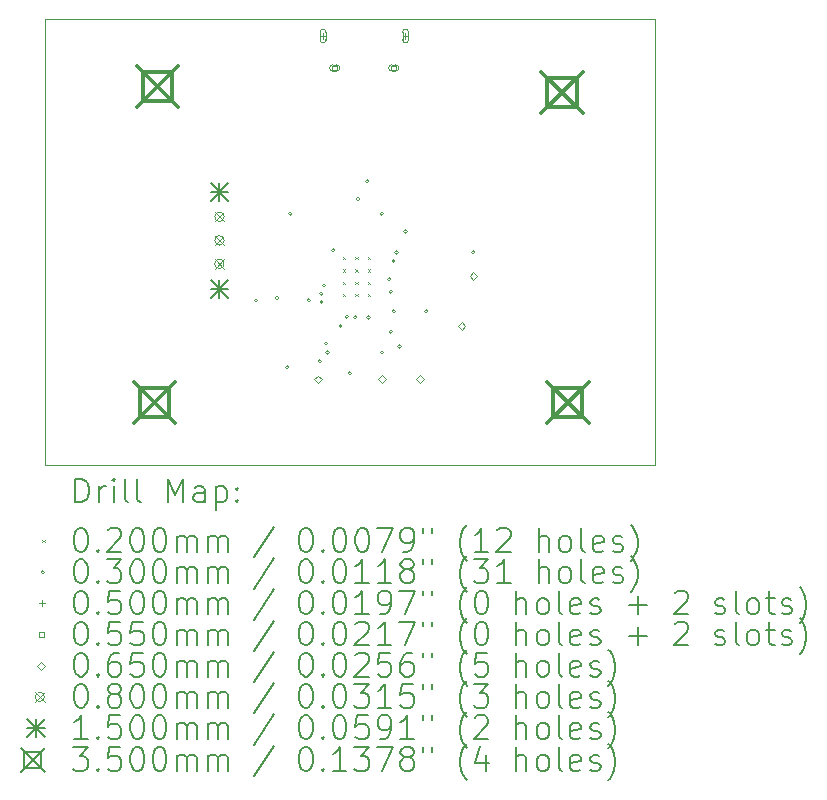
<source format=gbr>
%TF.GenerationSoftware,KiCad,Pcbnew,8.0.5*%
%TF.CreationDate,2025-01-24T13:28:19-08:00*%
%TF.ProjectId,LTC3556_v1.2a,4c544333-3535-4365-9f76-312e32612e6b,rev?*%
%TF.SameCoordinates,Original*%
%TF.FileFunction,Drillmap*%
%TF.FilePolarity,Positive*%
%FSLAX45Y45*%
G04 Gerber Fmt 4.5, Leading zero omitted, Abs format (unit mm)*
G04 Created by KiCad (PCBNEW 8.0.5) date 2025-01-24 13:28:19*
%MOMM*%
%LPD*%
G01*
G04 APERTURE LIST*
%ADD10C,0.050000*%
%ADD11C,0.200000*%
%ADD12C,0.100000*%
%ADD13C,0.150000*%
%ADD14C,0.350000*%
G04 APERTURE END LIST*
D10*
X12146500Y-7280000D02*
X17312500Y-7280000D01*
X17312500Y-11053000D01*
X12146500Y-11053000D01*
X12146500Y-7280000D01*
D11*
D12*
X14667750Y-9290000D02*
X14687750Y-9310000D01*
X14687750Y-9290000D02*
X14667750Y-9310000D01*
X14667750Y-9395000D02*
X14687750Y-9415000D01*
X14687750Y-9395000D02*
X14667750Y-9415000D01*
X14667750Y-9500000D02*
X14687750Y-9520000D01*
X14687750Y-9500000D02*
X14667750Y-9520000D01*
X14667750Y-9605000D02*
X14687750Y-9625000D01*
X14687750Y-9605000D02*
X14667750Y-9625000D01*
X14775250Y-9290000D02*
X14795250Y-9310000D01*
X14795250Y-9290000D02*
X14775250Y-9310000D01*
X14775250Y-9395000D02*
X14795250Y-9415000D01*
X14795250Y-9395000D02*
X14775250Y-9415000D01*
X14775250Y-9500000D02*
X14795250Y-9520000D01*
X14795250Y-9500000D02*
X14775250Y-9520000D01*
X14775250Y-9605000D02*
X14795250Y-9625000D01*
X14795250Y-9605000D02*
X14775250Y-9625000D01*
X14882750Y-9290000D02*
X14902750Y-9310000D01*
X14902750Y-9290000D02*
X14882750Y-9310000D01*
X14882750Y-9395000D02*
X14902750Y-9415000D01*
X14902750Y-9395000D02*
X14882750Y-9415000D01*
X14882750Y-9500000D02*
X14902750Y-9520000D01*
X14902750Y-9500000D02*
X14882750Y-9520000D01*
X14882750Y-9605000D02*
X14902750Y-9625000D01*
X14902750Y-9605000D02*
X14882750Y-9625000D01*
X13949000Y-9660000D02*
G75*
G02*
X13919000Y-9660000I-15000J0D01*
G01*
X13919000Y-9660000D02*
G75*
G02*
X13949000Y-9660000I15000J0D01*
G01*
X14126000Y-9638000D02*
G75*
G02*
X14096000Y-9638000I-15000J0D01*
G01*
X14096000Y-9638000D02*
G75*
G02*
X14126000Y-9638000I15000J0D01*
G01*
X14215000Y-10225000D02*
G75*
G02*
X14185000Y-10225000I-15000J0D01*
G01*
X14185000Y-10225000D02*
G75*
G02*
X14215000Y-10225000I15000J0D01*
G01*
X14240000Y-8925000D02*
G75*
G02*
X14210000Y-8925000I-15000J0D01*
G01*
X14210000Y-8925000D02*
G75*
G02*
X14240000Y-8925000I15000J0D01*
G01*
X14396500Y-9658000D02*
G75*
G02*
X14366500Y-9658000I-15000J0D01*
G01*
X14366500Y-9658000D02*
G75*
G02*
X14396500Y-9658000I15000J0D01*
G01*
X14490000Y-10175000D02*
G75*
G02*
X14460000Y-10175000I-15000J0D01*
G01*
X14460000Y-10175000D02*
G75*
G02*
X14490000Y-10175000I15000J0D01*
G01*
X14502000Y-9602000D02*
G75*
G02*
X14472000Y-9602000I-15000J0D01*
G01*
X14472000Y-9602000D02*
G75*
G02*
X14502000Y-9602000I15000J0D01*
G01*
X14504294Y-9671963D02*
G75*
G02*
X14474294Y-9671963I-15000J0D01*
G01*
X14474294Y-9671963D02*
G75*
G02*
X14504294Y-9671963I15000J0D01*
G01*
X14525000Y-9532000D02*
G75*
G02*
X14495000Y-9532000I-15000J0D01*
G01*
X14495000Y-9532000D02*
G75*
G02*
X14525000Y-9532000I15000J0D01*
G01*
X14542500Y-10025000D02*
G75*
G02*
X14512500Y-10025000I-15000J0D01*
G01*
X14512500Y-10025000D02*
G75*
G02*
X14542500Y-10025000I15000J0D01*
G01*
X14553500Y-10100000D02*
G75*
G02*
X14523500Y-10100000I-15000J0D01*
G01*
X14523500Y-10100000D02*
G75*
G02*
X14553500Y-10100000I15000J0D01*
G01*
X14604000Y-9233000D02*
G75*
G02*
X14574000Y-9233000I-15000J0D01*
G01*
X14574000Y-9233000D02*
G75*
G02*
X14604000Y-9233000I15000J0D01*
G01*
X14665000Y-9875000D02*
G75*
G02*
X14635000Y-9875000I-15000J0D01*
G01*
X14635000Y-9875000D02*
G75*
G02*
X14665000Y-9875000I15000J0D01*
G01*
X14718500Y-9797500D02*
G75*
G02*
X14688500Y-9797500I-15000J0D01*
G01*
X14688500Y-9797500D02*
G75*
G02*
X14718500Y-9797500I15000J0D01*
G01*
X14744000Y-10274000D02*
G75*
G02*
X14714000Y-10274000I-15000J0D01*
G01*
X14714000Y-10274000D02*
G75*
G02*
X14744000Y-10274000I15000J0D01*
G01*
X14788383Y-9801543D02*
G75*
G02*
X14758383Y-9801543I-15000J0D01*
G01*
X14758383Y-9801543D02*
G75*
G02*
X14788383Y-9801543I15000J0D01*
G01*
X14815000Y-8800000D02*
G75*
G02*
X14785000Y-8800000I-15000J0D01*
G01*
X14785000Y-8800000D02*
G75*
G02*
X14815000Y-8800000I15000J0D01*
G01*
X14890000Y-8650000D02*
G75*
G02*
X14860000Y-8650000I-15000J0D01*
G01*
X14860000Y-8650000D02*
G75*
G02*
X14890000Y-8650000I15000J0D01*
G01*
X14903000Y-9803500D02*
G75*
G02*
X14873000Y-9803500I-15000J0D01*
G01*
X14873000Y-9803500D02*
G75*
G02*
X14903000Y-9803500I15000J0D01*
G01*
X15015000Y-8925000D02*
G75*
G02*
X14985000Y-8925000I-15000J0D01*
G01*
X14985000Y-8925000D02*
G75*
G02*
X15015000Y-8925000I15000J0D01*
G01*
X15015000Y-10100000D02*
G75*
G02*
X14985000Y-10100000I-15000J0D01*
G01*
X14985000Y-10100000D02*
G75*
G02*
X15015000Y-10100000I15000J0D01*
G01*
X15077750Y-9480000D02*
G75*
G02*
X15047750Y-9480000I-15000J0D01*
G01*
X15047750Y-9480000D02*
G75*
G02*
X15077750Y-9480000I15000J0D01*
G01*
X15090000Y-9585000D02*
G75*
G02*
X15060000Y-9585000I-15000J0D01*
G01*
X15060000Y-9585000D02*
G75*
G02*
X15090000Y-9585000I15000J0D01*
G01*
X15090000Y-9925000D02*
G75*
G02*
X15060000Y-9925000I-15000J0D01*
G01*
X15060000Y-9925000D02*
G75*
G02*
X15090000Y-9925000I15000J0D01*
G01*
X15115000Y-9325000D02*
G75*
G02*
X15085000Y-9325000I-15000J0D01*
G01*
X15085000Y-9325000D02*
G75*
G02*
X15115000Y-9325000I15000J0D01*
G01*
X15115000Y-9750000D02*
G75*
G02*
X15085000Y-9750000I-15000J0D01*
G01*
X15085000Y-9750000D02*
G75*
G02*
X15115000Y-9750000I15000J0D01*
G01*
X15140000Y-9252500D02*
G75*
G02*
X15110000Y-9252500I-15000J0D01*
G01*
X15110000Y-9252500D02*
G75*
G02*
X15140000Y-9252500I15000J0D01*
G01*
X15165000Y-10050000D02*
G75*
G02*
X15135000Y-10050000I-15000J0D01*
G01*
X15135000Y-10050000D02*
G75*
G02*
X15165000Y-10050000I15000J0D01*
G01*
X15215000Y-9075000D02*
G75*
G02*
X15185000Y-9075000I-15000J0D01*
G01*
X15185000Y-9075000D02*
G75*
G02*
X15215000Y-9075000I15000J0D01*
G01*
X15390000Y-9750000D02*
G75*
G02*
X15360000Y-9750000I-15000J0D01*
G01*
X15360000Y-9750000D02*
G75*
G02*
X15390000Y-9750000I15000J0D01*
G01*
X15790000Y-9250000D02*
G75*
G02*
X15760000Y-9250000I-15000J0D01*
G01*
X15760000Y-9250000D02*
G75*
G02*
X15790000Y-9250000I15000J0D01*
G01*
X14500000Y-7395000D02*
X14500000Y-7445000D01*
X14475000Y-7420000D02*
X14525000Y-7420000D01*
X14525000Y-7452500D02*
X14525000Y-7387500D01*
X14475000Y-7387500D02*
G75*
G02*
X14525000Y-7387500I25000J0D01*
G01*
X14475000Y-7387500D02*
X14475000Y-7452500D01*
X14475000Y-7452500D02*
G75*
G03*
X14525000Y-7452500I25000J0D01*
G01*
X15200000Y-7395000D02*
X15200000Y-7445000D01*
X15175000Y-7420000D02*
X15225000Y-7420000D01*
X15225000Y-7452500D02*
X15225000Y-7387500D01*
X15175000Y-7387500D02*
G75*
G02*
X15225000Y-7387500I25000J0D01*
G01*
X15175000Y-7387500D02*
X15175000Y-7452500D01*
X15175000Y-7452500D02*
G75*
G03*
X15225000Y-7452500I25000J0D01*
G01*
X14619446Y-7709446D02*
X14619446Y-7670554D01*
X14580554Y-7670554D01*
X14580554Y-7709446D01*
X14619446Y-7709446D01*
X14615000Y-7662500D02*
X14585000Y-7662500D01*
X14585000Y-7717500D02*
G75*
G02*
X14585000Y-7662500I0J27500D01*
G01*
X14585000Y-7717500D02*
X14615000Y-7717500D01*
X14615000Y-7717500D02*
G75*
G03*
X14615000Y-7662500I0J27500D01*
G01*
X15119446Y-7709446D02*
X15119446Y-7670554D01*
X15080554Y-7670554D01*
X15080554Y-7709446D01*
X15119446Y-7709446D01*
X15115000Y-7662500D02*
X15085000Y-7662500D01*
X15085000Y-7717500D02*
G75*
G02*
X15085000Y-7662500I0J27500D01*
G01*
X15085000Y-7717500D02*
X15115000Y-7717500D01*
X15115000Y-7717500D02*
G75*
G03*
X15115000Y-7662500I0J27500D01*
G01*
X14459000Y-10359500D02*
X14491500Y-10327000D01*
X14459000Y-10294500D01*
X14426500Y-10327000D01*
X14459000Y-10359500D01*
X15000000Y-10357500D02*
X15032500Y-10325000D01*
X15000000Y-10292500D01*
X14967500Y-10325000D01*
X15000000Y-10357500D01*
X15325000Y-10357500D02*
X15357500Y-10325000D01*
X15325000Y-10292500D01*
X15292500Y-10325000D01*
X15325000Y-10357500D01*
X15675000Y-9907500D02*
X15707500Y-9875000D01*
X15675000Y-9842500D01*
X15642500Y-9875000D01*
X15675000Y-9907500D01*
X15775000Y-9482500D02*
X15807500Y-9450000D01*
X15775000Y-9417500D01*
X15742500Y-9450000D01*
X15775000Y-9482500D01*
X13585000Y-8910000D02*
X13665000Y-8990000D01*
X13665000Y-8910000D02*
X13585000Y-8990000D01*
X13665000Y-8950000D02*
G75*
G02*
X13585000Y-8950000I-40000J0D01*
G01*
X13585000Y-8950000D02*
G75*
G02*
X13665000Y-8950000I40000J0D01*
G01*
X13585000Y-9110000D02*
X13665000Y-9190000D01*
X13665000Y-9110000D02*
X13585000Y-9190000D01*
X13665000Y-9150000D02*
G75*
G02*
X13585000Y-9150000I-40000J0D01*
G01*
X13585000Y-9150000D02*
G75*
G02*
X13665000Y-9150000I40000J0D01*
G01*
X13585000Y-9310000D02*
X13665000Y-9390000D01*
X13665000Y-9310000D02*
X13585000Y-9390000D01*
X13665000Y-9350000D02*
G75*
G02*
X13585000Y-9350000I-40000J0D01*
G01*
X13585000Y-9350000D02*
G75*
G02*
X13665000Y-9350000I40000J0D01*
G01*
D13*
X13550000Y-8665000D02*
X13700000Y-8815000D01*
X13700000Y-8665000D02*
X13550000Y-8815000D01*
X13625000Y-8665000D02*
X13625000Y-8815000D01*
X13550000Y-8740000D02*
X13700000Y-8740000D01*
X13550000Y-9485000D02*
X13700000Y-9635000D01*
X13700000Y-9485000D02*
X13550000Y-9635000D01*
X13625000Y-9485000D02*
X13625000Y-9635000D01*
X13550000Y-9560000D02*
X13700000Y-9560000D01*
D14*
X12900000Y-10350000D02*
X13250000Y-10700000D01*
X13250000Y-10350000D02*
X12900000Y-10700000D01*
X13198745Y-10648745D02*
X13198745Y-10401255D01*
X12951255Y-10401255D01*
X12951255Y-10648745D01*
X13198745Y-10648745D01*
X12925000Y-7675000D02*
X13275000Y-8025000D01*
X13275000Y-7675000D02*
X12925000Y-8025000D01*
X13223745Y-7973745D02*
X13223745Y-7726255D01*
X12976255Y-7726255D01*
X12976255Y-7973745D01*
X13223745Y-7973745D01*
X16350000Y-7725000D02*
X16700000Y-8075000D01*
X16700000Y-7725000D02*
X16350000Y-8075000D01*
X16648745Y-8023745D02*
X16648745Y-7776255D01*
X16401255Y-7776255D01*
X16401255Y-8023745D01*
X16648745Y-8023745D01*
X16400000Y-10350000D02*
X16750000Y-10700000D01*
X16750000Y-10350000D02*
X16400000Y-10700000D01*
X16698745Y-10648745D02*
X16698745Y-10401255D01*
X16451255Y-10401255D01*
X16451255Y-10648745D01*
X16698745Y-10648745D01*
D11*
X12404777Y-11366984D02*
X12404777Y-11166984D01*
X12404777Y-11166984D02*
X12452396Y-11166984D01*
X12452396Y-11166984D02*
X12480967Y-11176508D01*
X12480967Y-11176508D02*
X12500015Y-11195555D01*
X12500015Y-11195555D02*
X12509539Y-11214603D01*
X12509539Y-11214603D02*
X12519062Y-11252698D01*
X12519062Y-11252698D02*
X12519062Y-11281269D01*
X12519062Y-11281269D02*
X12509539Y-11319365D01*
X12509539Y-11319365D02*
X12500015Y-11338412D01*
X12500015Y-11338412D02*
X12480967Y-11357460D01*
X12480967Y-11357460D02*
X12452396Y-11366984D01*
X12452396Y-11366984D02*
X12404777Y-11366984D01*
X12604777Y-11366984D02*
X12604777Y-11233650D01*
X12604777Y-11271746D02*
X12614301Y-11252698D01*
X12614301Y-11252698D02*
X12623824Y-11243174D01*
X12623824Y-11243174D02*
X12642872Y-11233650D01*
X12642872Y-11233650D02*
X12661920Y-11233650D01*
X12728586Y-11366984D02*
X12728586Y-11233650D01*
X12728586Y-11166984D02*
X12719062Y-11176508D01*
X12719062Y-11176508D02*
X12728586Y-11186031D01*
X12728586Y-11186031D02*
X12738110Y-11176508D01*
X12738110Y-11176508D02*
X12728586Y-11166984D01*
X12728586Y-11166984D02*
X12728586Y-11186031D01*
X12852396Y-11366984D02*
X12833348Y-11357460D01*
X12833348Y-11357460D02*
X12823824Y-11338412D01*
X12823824Y-11338412D02*
X12823824Y-11166984D01*
X12957158Y-11366984D02*
X12938110Y-11357460D01*
X12938110Y-11357460D02*
X12928586Y-11338412D01*
X12928586Y-11338412D02*
X12928586Y-11166984D01*
X13185729Y-11366984D02*
X13185729Y-11166984D01*
X13185729Y-11166984D02*
X13252396Y-11309841D01*
X13252396Y-11309841D02*
X13319062Y-11166984D01*
X13319062Y-11166984D02*
X13319062Y-11366984D01*
X13500015Y-11366984D02*
X13500015Y-11262222D01*
X13500015Y-11262222D02*
X13490491Y-11243174D01*
X13490491Y-11243174D02*
X13471443Y-11233650D01*
X13471443Y-11233650D02*
X13433348Y-11233650D01*
X13433348Y-11233650D02*
X13414301Y-11243174D01*
X13500015Y-11357460D02*
X13480967Y-11366984D01*
X13480967Y-11366984D02*
X13433348Y-11366984D01*
X13433348Y-11366984D02*
X13414301Y-11357460D01*
X13414301Y-11357460D02*
X13404777Y-11338412D01*
X13404777Y-11338412D02*
X13404777Y-11319365D01*
X13404777Y-11319365D02*
X13414301Y-11300317D01*
X13414301Y-11300317D02*
X13433348Y-11290793D01*
X13433348Y-11290793D02*
X13480967Y-11290793D01*
X13480967Y-11290793D02*
X13500015Y-11281269D01*
X13595253Y-11233650D02*
X13595253Y-11433650D01*
X13595253Y-11243174D02*
X13614301Y-11233650D01*
X13614301Y-11233650D02*
X13652396Y-11233650D01*
X13652396Y-11233650D02*
X13671443Y-11243174D01*
X13671443Y-11243174D02*
X13680967Y-11252698D01*
X13680967Y-11252698D02*
X13690491Y-11271746D01*
X13690491Y-11271746D02*
X13690491Y-11328888D01*
X13690491Y-11328888D02*
X13680967Y-11347936D01*
X13680967Y-11347936D02*
X13671443Y-11357460D01*
X13671443Y-11357460D02*
X13652396Y-11366984D01*
X13652396Y-11366984D02*
X13614301Y-11366984D01*
X13614301Y-11366984D02*
X13595253Y-11357460D01*
X13776205Y-11347936D02*
X13785729Y-11357460D01*
X13785729Y-11357460D02*
X13776205Y-11366984D01*
X13776205Y-11366984D02*
X13766682Y-11357460D01*
X13766682Y-11357460D02*
X13776205Y-11347936D01*
X13776205Y-11347936D02*
X13776205Y-11366984D01*
X13776205Y-11243174D02*
X13785729Y-11252698D01*
X13785729Y-11252698D02*
X13776205Y-11262222D01*
X13776205Y-11262222D02*
X13766682Y-11252698D01*
X13766682Y-11252698D02*
X13776205Y-11243174D01*
X13776205Y-11243174D02*
X13776205Y-11262222D01*
D12*
X12124000Y-11685500D02*
X12144000Y-11705500D01*
X12144000Y-11685500D02*
X12124000Y-11705500D01*
D11*
X12442872Y-11586984D02*
X12461920Y-11586984D01*
X12461920Y-11586984D02*
X12480967Y-11596508D01*
X12480967Y-11596508D02*
X12490491Y-11606031D01*
X12490491Y-11606031D02*
X12500015Y-11625079D01*
X12500015Y-11625079D02*
X12509539Y-11663174D01*
X12509539Y-11663174D02*
X12509539Y-11710793D01*
X12509539Y-11710793D02*
X12500015Y-11748888D01*
X12500015Y-11748888D02*
X12490491Y-11767936D01*
X12490491Y-11767936D02*
X12480967Y-11777460D01*
X12480967Y-11777460D02*
X12461920Y-11786984D01*
X12461920Y-11786984D02*
X12442872Y-11786984D01*
X12442872Y-11786984D02*
X12423824Y-11777460D01*
X12423824Y-11777460D02*
X12414301Y-11767936D01*
X12414301Y-11767936D02*
X12404777Y-11748888D01*
X12404777Y-11748888D02*
X12395253Y-11710793D01*
X12395253Y-11710793D02*
X12395253Y-11663174D01*
X12395253Y-11663174D02*
X12404777Y-11625079D01*
X12404777Y-11625079D02*
X12414301Y-11606031D01*
X12414301Y-11606031D02*
X12423824Y-11596508D01*
X12423824Y-11596508D02*
X12442872Y-11586984D01*
X12595253Y-11767936D02*
X12604777Y-11777460D01*
X12604777Y-11777460D02*
X12595253Y-11786984D01*
X12595253Y-11786984D02*
X12585729Y-11777460D01*
X12585729Y-11777460D02*
X12595253Y-11767936D01*
X12595253Y-11767936D02*
X12595253Y-11786984D01*
X12680967Y-11606031D02*
X12690491Y-11596508D01*
X12690491Y-11596508D02*
X12709539Y-11586984D01*
X12709539Y-11586984D02*
X12757158Y-11586984D01*
X12757158Y-11586984D02*
X12776205Y-11596508D01*
X12776205Y-11596508D02*
X12785729Y-11606031D01*
X12785729Y-11606031D02*
X12795253Y-11625079D01*
X12795253Y-11625079D02*
X12795253Y-11644127D01*
X12795253Y-11644127D02*
X12785729Y-11672698D01*
X12785729Y-11672698D02*
X12671443Y-11786984D01*
X12671443Y-11786984D02*
X12795253Y-11786984D01*
X12919062Y-11586984D02*
X12938110Y-11586984D01*
X12938110Y-11586984D02*
X12957158Y-11596508D01*
X12957158Y-11596508D02*
X12966682Y-11606031D01*
X12966682Y-11606031D02*
X12976205Y-11625079D01*
X12976205Y-11625079D02*
X12985729Y-11663174D01*
X12985729Y-11663174D02*
X12985729Y-11710793D01*
X12985729Y-11710793D02*
X12976205Y-11748888D01*
X12976205Y-11748888D02*
X12966682Y-11767936D01*
X12966682Y-11767936D02*
X12957158Y-11777460D01*
X12957158Y-11777460D02*
X12938110Y-11786984D01*
X12938110Y-11786984D02*
X12919062Y-11786984D01*
X12919062Y-11786984D02*
X12900015Y-11777460D01*
X12900015Y-11777460D02*
X12890491Y-11767936D01*
X12890491Y-11767936D02*
X12880967Y-11748888D01*
X12880967Y-11748888D02*
X12871443Y-11710793D01*
X12871443Y-11710793D02*
X12871443Y-11663174D01*
X12871443Y-11663174D02*
X12880967Y-11625079D01*
X12880967Y-11625079D02*
X12890491Y-11606031D01*
X12890491Y-11606031D02*
X12900015Y-11596508D01*
X12900015Y-11596508D02*
X12919062Y-11586984D01*
X13109539Y-11586984D02*
X13128586Y-11586984D01*
X13128586Y-11586984D02*
X13147634Y-11596508D01*
X13147634Y-11596508D02*
X13157158Y-11606031D01*
X13157158Y-11606031D02*
X13166682Y-11625079D01*
X13166682Y-11625079D02*
X13176205Y-11663174D01*
X13176205Y-11663174D02*
X13176205Y-11710793D01*
X13176205Y-11710793D02*
X13166682Y-11748888D01*
X13166682Y-11748888D02*
X13157158Y-11767936D01*
X13157158Y-11767936D02*
X13147634Y-11777460D01*
X13147634Y-11777460D02*
X13128586Y-11786984D01*
X13128586Y-11786984D02*
X13109539Y-11786984D01*
X13109539Y-11786984D02*
X13090491Y-11777460D01*
X13090491Y-11777460D02*
X13080967Y-11767936D01*
X13080967Y-11767936D02*
X13071443Y-11748888D01*
X13071443Y-11748888D02*
X13061920Y-11710793D01*
X13061920Y-11710793D02*
X13061920Y-11663174D01*
X13061920Y-11663174D02*
X13071443Y-11625079D01*
X13071443Y-11625079D02*
X13080967Y-11606031D01*
X13080967Y-11606031D02*
X13090491Y-11596508D01*
X13090491Y-11596508D02*
X13109539Y-11586984D01*
X13261920Y-11786984D02*
X13261920Y-11653650D01*
X13261920Y-11672698D02*
X13271443Y-11663174D01*
X13271443Y-11663174D02*
X13290491Y-11653650D01*
X13290491Y-11653650D02*
X13319063Y-11653650D01*
X13319063Y-11653650D02*
X13338110Y-11663174D01*
X13338110Y-11663174D02*
X13347634Y-11682222D01*
X13347634Y-11682222D02*
X13347634Y-11786984D01*
X13347634Y-11682222D02*
X13357158Y-11663174D01*
X13357158Y-11663174D02*
X13376205Y-11653650D01*
X13376205Y-11653650D02*
X13404777Y-11653650D01*
X13404777Y-11653650D02*
X13423824Y-11663174D01*
X13423824Y-11663174D02*
X13433348Y-11682222D01*
X13433348Y-11682222D02*
X13433348Y-11786984D01*
X13528586Y-11786984D02*
X13528586Y-11653650D01*
X13528586Y-11672698D02*
X13538110Y-11663174D01*
X13538110Y-11663174D02*
X13557158Y-11653650D01*
X13557158Y-11653650D02*
X13585729Y-11653650D01*
X13585729Y-11653650D02*
X13604777Y-11663174D01*
X13604777Y-11663174D02*
X13614301Y-11682222D01*
X13614301Y-11682222D02*
X13614301Y-11786984D01*
X13614301Y-11682222D02*
X13623824Y-11663174D01*
X13623824Y-11663174D02*
X13642872Y-11653650D01*
X13642872Y-11653650D02*
X13671443Y-11653650D01*
X13671443Y-11653650D02*
X13690491Y-11663174D01*
X13690491Y-11663174D02*
X13700015Y-11682222D01*
X13700015Y-11682222D02*
X13700015Y-11786984D01*
X14090491Y-11577460D02*
X13919063Y-11834603D01*
X14347634Y-11586984D02*
X14366682Y-11586984D01*
X14366682Y-11586984D02*
X14385729Y-11596508D01*
X14385729Y-11596508D02*
X14395253Y-11606031D01*
X14395253Y-11606031D02*
X14404777Y-11625079D01*
X14404777Y-11625079D02*
X14414301Y-11663174D01*
X14414301Y-11663174D02*
X14414301Y-11710793D01*
X14414301Y-11710793D02*
X14404777Y-11748888D01*
X14404777Y-11748888D02*
X14395253Y-11767936D01*
X14395253Y-11767936D02*
X14385729Y-11777460D01*
X14385729Y-11777460D02*
X14366682Y-11786984D01*
X14366682Y-11786984D02*
X14347634Y-11786984D01*
X14347634Y-11786984D02*
X14328586Y-11777460D01*
X14328586Y-11777460D02*
X14319063Y-11767936D01*
X14319063Y-11767936D02*
X14309539Y-11748888D01*
X14309539Y-11748888D02*
X14300015Y-11710793D01*
X14300015Y-11710793D02*
X14300015Y-11663174D01*
X14300015Y-11663174D02*
X14309539Y-11625079D01*
X14309539Y-11625079D02*
X14319063Y-11606031D01*
X14319063Y-11606031D02*
X14328586Y-11596508D01*
X14328586Y-11596508D02*
X14347634Y-11586984D01*
X14500015Y-11767936D02*
X14509539Y-11777460D01*
X14509539Y-11777460D02*
X14500015Y-11786984D01*
X14500015Y-11786984D02*
X14490491Y-11777460D01*
X14490491Y-11777460D02*
X14500015Y-11767936D01*
X14500015Y-11767936D02*
X14500015Y-11786984D01*
X14633348Y-11586984D02*
X14652396Y-11586984D01*
X14652396Y-11586984D02*
X14671444Y-11596508D01*
X14671444Y-11596508D02*
X14680967Y-11606031D01*
X14680967Y-11606031D02*
X14690491Y-11625079D01*
X14690491Y-11625079D02*
X14700015Y-11663174D01*
X14700015Y-11663174D02*
X14700015Y-11710793D01*
X14700015Y-11710793D02*
X14690491Y-11748888D01*
X14690491Y-11748888D02*
X14680967Y-11767936D01*
X14680967Y-11767936D02*
X14671444Y-11777460D01*
X14671444Y-11777460D02*
X14652396Y-11786984D01*
X14652396Y-11786984D02*
X14633348Y-11786984D01*
X14633348Y-11786984D02*
X14614301Y-11777460D01*
X14614301Y-11777460D02*
X14604777Y-11767936D01*
X14604777Y-11767936D02*
X14595253Y-11748888D01*
X14595253Y-11748888D02*
X14585729Y-11710793D01*
X14585729Y-11710793D02*
X14585729Y-11663174D01*
X14585729Y-11663174D02*
X14595253Y-11625079D01*
X14595253Y-11625079D02*
X14604777Y-11606031D01*
X14604777Y-11606031D02*
X14614301Y-11596508D01*
X14614301Y-11596508D02*
X14633348Y-11586984D01*
X14823825Y-11586984D02*
X14842872Y-11586984D01*
X14842872Y-11586984D02*
X14861920Y-11596508D01*
X14861920Y-11596508D02*
X14871444Y-11606031D01*
X14871444Y-11606031D02*
X14880967Y-11625079D01*
X14880967Y-11625079D02*
X14890491Y-11663174D01*
X14890491Y-11663174D02*
X14890491Y-11710793D01*
X14890491Y-11710793D02*
X14880967Y-11748888D01*
X14880967Y-11748888D02*
X14871444Y-11767936D01*
X14871444Y-11767936D02*
X14861920Y-11777460D01*
X14861920Y-11777460D02*
X14842872Y-11786984D01*
X14842872Y-11786984D02*
X14823825Y-11786984D01*
X14823825Y-11786984D02*
X14804777Y-11777460D01*
X14804777Y-11777460D02*
X14795253Y-11767936D01*
X14795253Y-11767936D02*
X14785729Y-11748888D01*
X14785729Y-11748888D02*
X14776206Y-11710793D01*
X14776206Y-11710793D02*
X14776206Y-11663174D01*
X14776206Y-11663174D02*
X14785729Y-11625079D01*
X14785729Y-11625079D02*
X14795253Y-11606031D01*
X14795253Y-11606031D02*
X14804777Y-11596508D01*
X14804777Y-11596508D02*
X14823825Y-11586984D01*
X14957158Y-11586984D02*
X15090491Y-11586984D01*
X15090491Y-11586984D02*
X15004777Y-11786984D01*
X15176206Y-11786984D02*
X15214301Y-11786984D01*
X15214301Y-11786984D02*
X15233348Y-11777460D01*
X15233348Y-11777460D02*
X15242872Y-11767936D01*
X15242872Y-11767936D02*
X15261920Y-11739365D01*
X15261920Y-11739365D02*
X15271444Y-11701269D01*
X15271444Y-11701269D02*
X15271444Y-11625079D01*
X15271444Y-11625079D02*
X15261920Y-11606031D01*
X15261920Y-11606031D02*
X15252396Y-11596508D01*
X15252396Y-11596508D02*
X15233348Y-11586984D01*
X15233348Y-11586984D02*
X15195253Y-11586984D01*
X15195253Y-11586984D02*
X15176206Y-11596508D01*
X15176206Y-11596508D02*
X15166682Y-11606031D01*
X15166682Y-11606031D02*
X15157158Y-11625079D01*
X15157158Y-11625079D02*
X15157158Y-11672698D01*
X15157158Y-11672698D02*
X15166682Y-11691746D01*
X15166682Y-11691746D02*
X15176206Y-11701269D01*
X15176206Y-11701269D02*
X15195253Y-11710793D01*
X15195253Y-11710793D02*
X15233348Y-11710793D01*
X15233348Y-11710793D02*
X15252396Y-11701269D01*
X15252396Y-11701269D02*
X15261920Y-11691746D01*
X15261920Y-11691746D02*
X15271444Y-11672698D01*
X15347634Y-11586984D02*
X15347634Y-11625079D01*
X15423825Y-11586984D02*
X15423825Y-11625079D01*
X15719063Y-11863174D02*
X15709539Y-11853650D01*
X15709539Y-11853650D02*
X15690491Y-11825079D01*
X15690491Y-11825079D02*
X15680968Y-11806031D01*
X15680968Y-11806031D02*
X15671444Y-11777460D01*
X15671444Y-11777460D02*
X15661920Y-11729841D01*
X15661920Y-11729841D02*
X15661920Y-11691746D01*
X15661920Y-11691746D02*
X15671444Y-11644127D01*
X15671444Y-11644127D02*
X15680968Y-11615555D01*
X15680968Y-11615555D02*
X15690491Y-11596508D01*
X15690491Y-11596508D02*
X15709539Y-11567936D01*
X15709539Y-11567936D02*
X15719063Y-11558412D01*
X15900015Y-11786984D02*
X15785729Y-11786984D01*
X15842872Y-11786984D02*
X15842872Y-11586984D01*
X15842872Y-11586984D02*
X15823825Y-11615555D01*
X15823825Y-11615555D02*
X15804777Y-11634603D01*
X15804777Y-11634603D02*
X15785729Y-11644127D01*
X15976206Y-11606031D02*
X15985729Y-11596508D01*
X15985729Y-11596508D02*
X16004777Y-11586984D01*
X16004777Y-11586984D02*
X16052396Y-11586984D01*
X16052396Y-11586984D02*
X16071444Y-11596508D01*
X16071444Y-11596508D02*
X16080968Y-11606031D01*
X16080968Y-11606031D02*
X16090491Y-11625079D01*
X16090491Y-11625079D02*
X16090491Y-11644127D01*
X16090491Y-11644127D02*
X16080968Y-11672698D01*
X16080968Y-11672698D02*
X15966682Y-11786984D01*
X15966682Y-11786984D02*
X16090491Y-11786984D01*
X16328587Y-11786984D02*
X16328587Y-11586984D01*
X16414301Y-11786984D02*
X16414301Y-11682222D01*
X16414301Y-11682222D02*
X16404777Y-11663174D01*
X16404777Y-11663174D02*
X16385730Y-11653650D01*
X16385730Y-11653650D02*
X16357158Y-11653650D01*
X16357158Y-11653650D02*
X16338110Y-11663174D01*
X16338110Y-11663174D02*
X16328587Y-11672698D01*
X16538110Y-11786984D02*
X16519063Y-11777460D01*
X16519063Y-11777460D02*
X16509539Y-11767936D01*
X16509539Y-11767936D02*
X16500015Y-11748888D01*
X16500015Y-11748888D02*
X16500015Y-11691746D01*
X16500015Y-11691746D02*
X16509539Y-11672698D01*
X16509539Y-11672698D02*
X16519063Y-11663174D01*
X16519063Y-11663174D02*
X16538110Y-11653650D01*
X16538110Y-11653650D02*
X16566682Y-11653650D01*
X16566682Y-11653650D02*
X16585730Y-11663174D01*
X16585730Y-11663174D02*
X16595253Y-11672698D01*
X16595253Y-11672698D02*
X16604777Y-11691746D01*
X16604777Y-11691746D02*
X16604777Y-11748888D01*
X16604777Y-11748888D02*
X16595253Y-11767936D01*
X16595253Y-11767936D02*
X16585730Y-11777460D01*
X16585730Y-11777460D02*
X16566682Y-11786984D01*
X16566682Y-11786984D02*
X16538110Y-11786984D01*
X16719063Y-11786984D02*
X16700015Y-11777460D01*
X16700015Y-11777460D02*
X16690491Y-11758412D01*
X16690491Y-11758412D02*
X16690491Y-11586984D01*
X16871444Y-11777460D02*
X16852396Y-11786984D01*
X16852396Y-11786984D02*
X16814301Y-11786984D01*
X16814301Y-11786984D02*
X16795253Y-11777460D01*
X16795253Y-11777460D02*
X16785730Y-11758412D01*
X16785730Y-11758412D02*
X16785730Y-11682222D01*
X16785730Y-11682222D02*
X16795253Y-11663174D01*
X16795253Y-11663174D02*
X16814301Y-11653650D01*
X16814301Y-11653650D02*
X16852396Y-11653650D01*
X16852396Y-11653650D02*
X16871444Y-11663174D01*
X16871444Y-11663174D02*
X16880968Y-11682222D01*
X16880968Y-11682222D02*
X16880968Y-11701269D01*
X16880968Y-11701269D02*
X16785730Y-11720317D01*
X16957158Y-11777460D02*
X16976206Y-11786984D01*
X16976206Y-11786984D02*
X17014301Y-11786984D01*
X17014301Y-11786984D02*
X17033349Y-11777460D01*
X17033349Y-11777460D02*
X17042873Y-11758412D01*
X17042873Y-11758412D02*
X17042873Y-11748888D01*
X17042873Y-11748888D02*
X17033349Y-11729841D01*
X17033349Y-11729841D02*
X17014301Y-11720317D01*
X17014301Y-11720317D02*
X16985730Y-11720317D01*
X16985730Y-11720317D02*
X16966682Y-11710793D01*
X16966682Y-11710793D02*
X16957158Y-11691746D01*
X16957158Y-11691746D02*
X16957158Y-11682222D01*
X16957158Y-11682222D02*
X16966682Y-11663174D01*
X16966682Y-11663174D02*
X16985730Y-11653650D01*
X16985730Y-11653650D02*
X17014301Y-11653650D01*
X17014301Y-11653650D02*
X17033349Y-11663174D01*
X17109539Y-11863174D02*
X17119063Y-11853650D01*
X17119063Y-11853650D02*
X17138111Y-11825079D01*
X17138111Y-11825079D02*
X17147634Y-11806031D01*
X17147634Y-11806031D02*
X17157158Y-11777460D01*
X17157158Y-11777460D02*
X17166682Y-11729841D01*
X17166682Y-11729841D02*
X17166682Y-11691746D01*
X17166682Y-11691746D02*
X17157158Y-11644127D01*
X17157158Y-11644127D02*
X17147634Y-11615555D01*
X17147634Y-11615555D02*
X17138111Y-11596508D01*
X17138111Y-11596508D02*
X17119063Y-11567936D01*
X17119063Y-11567936D02*
X17109539Y-11558412D01*
D12*
X12144000Y-11959500D02*
G75*
G02*
X12114000Y-11959500I-15000J0D01*
G01*
X12114000Y-11959500D02*
G75*
G02*
X12144000Y-11959500I15000J0D01*
G01*
D11*
X12442872Y-11850984D02*
X12461920Y-11850984D01*
X12461920Y-11850984D02*
X12480967Y-11860508D01*
X12480967Y-11860508D02*
X12490491Y-11870031D01*
X12490491Y-11870031D02*
X12500015Y-11889079D01*
X12500015Y-11889079D02*
X12509539Y-11927174D01*
X12509539Y-11927174D02*
X12509539Y-11974793D01*
X12509539Y-11974793D02*
X12500015Y-12012888D01*
X12500015Y-12012888D02*
X12490491Y-12031936D01*
X12490491Y-12031936D02*
X12480967Y-12041460D01*
X12480967Y-12041460D02*
X12461920Y-12050984D01*
X12461920Y-12050984D02*
X12442872Y-12050984D01*
X12442872Y-12050984D02*
X12423824Y-12041460D01*
X12423824Y-12041460D02*
X12414301Y-12031936D01*
X12414301Y-12031936D02*
X12404777Y-12012888D01*
X12404777Y-12012888D02*
X12395253Y-11974793D01*
X12395253Y-11974793D02*
X12395253Y-11927174D01*
X12395253Y-11927174D02*
X12404777Y-11889079D01*
X12404777Y-11889079D02*
X12414301Y-11870031D01*
X12414301Y-11870031D02*
X12423824Y-11860508D01*
X12423824Y-11860508D02*
X12442872Y-11850984D01*
X12595253Y-12031936D02*
X12604777Y-12041460D01*
X12604777Y-12041460D02*
X12595253Y-12050984D01*
X12595253Y-12050984D02*
X12585729Y-12041460D01*
X12585729Y-12041460D02*
X12595253Y-12031936D01*
X12595253Y-12031936D02*
X12595253Y-12050984D01*
X12671443Y-11850984D02*
X12795253Y-11850984D01*
X12795253Y-11850984D02*
X12728586Y-11927174D01*
X12728586Y-11927174D02*
X12757158Y-11927174D01*
X12757158Y-11927174D02*
X12776205Y-11936698D01*
X12776205Y-11936698D02*
X12785729Y-11946222D01*
X12785729Y-11946222D02*
X12795253Y-11965269D01*
X12795253Y-11965269D02*
X12795253Y-12012888D01*
X12795253Y-12012888D02*
X12785729Y-12031936D01*
X12785729Y-12031936D02*
X12776205Y-12041460D01*
X12776205Y-12041460D02*
X12757158Y-12050984D01*
X12757158Y-12050984D02*
X12700015Y-12050984D01*
X12700015Y-12050984D02*
X12680967Y-12041460D01*
X12680967Y-12041460D02*
X12671443Y-12031936D01*
X12919062Y-11850984D02*
X12938110Y-11850984D01*
X12938110Y-11850984D02*
X12957158Y-11860508D01*
X12957158Y-11860508D02*
X12966682Y-11870031D01*
X12966682Y-11870031D02*
X12976205Y-11889079D01*
X12976205Y-11889079D02*
X12985729Y-11927174D01*
X12985729Y-11927174D02*
X12985729Y-11974793D01*
X12985729Y-11974793D02*
X12976205Y-12012888D01*
X12976205Y-12012888D02*
X12966682Y-12031936D01*
X12966682Y-12031936D02*
X12957158Y-12041460D01*
X12957158Y-12041460D02*
X12938110Y-12050984D01*
X12938110Y-12050984D02*
X12919062Y-12050984D01*
X12919062Y-12050984D02*
X12900015Y-12041460D01*
X12900015Y-12041460D02*
X12890491Y-12031936D01*
X12890491Y-12031936D02*
X12880967Y-12012888D01*
X12880967Y-12012888D02*
X12871443Y-11974793D01*
X12871443Y-11974793D02*
X12871443Y-11927174D01*
X12871443Y-11927174D02*
X12880967Y-11889079D01*
X12880967Y-11889079D02*
X12890491Y-11870031D01*
X12890491Y-11870031D02*
X12900015Y-11860508D01*
X12900015Y-11860508D02*
X12919062Y-11850984D01*
X13109539Y-11850984D02*
X13128586Y-11850984D01*
X13128586Y-11850984D02*
X13147634Y-11860508D01*
X13147634Y-11860508D02*
X13157158Y-11870031D01*
X13157158Y-11870031D02*
X13166682Y-11889079D01*
X13166682Y-11889079D02*
X13176205Y-11927174D01*
X13176205Y-11927174D02*
X13176205Y-11974793D01*
X13176205Y-11974793D02*
X13166682Y-12012888D01*
X13166682Y-12012888D02*
X13157158Y-12031936D01*
X13157158Y-12031936D02*
X13147634Y-12041460D01*
X13147634Y-12041460D02*
X13128586Y-12050984D01*
X13128586Y-12050984D02*
X13109539Y-12050984D01*
X13109539Y-12050984D02*
X13090491Y-12041460D01*
X13090491Y-12041460D02*
X13080967Y-12031936D01*
X13080967Y-12031936D02*
X13071443Y-12012888D01*
X13071443Y-12012888D02*
X13061920Y-11974793D01*
X13061920Y-11974793D02*
X13061920Y-11927174D01*
X13061920Y-11927174D02*
X13071443Y-11889079D01*
X13071443Y-11889079D02*
X13080967Y-11870031D01*
X13080967Y-11870031D02*
X13090491Y-11860508D01*
X13090491Y-11860508D02*
X13109539Y-11850984D01*
X13261920Y-12050984D02*
X13261920Y-11917650D01*
X13261920Y-11936698D02*
X13271443Y-11927174D01*
X13271443Y-11927174D02*
X13290491Y-11917650D01*
X13290491Y-11917650D02*
X13319063Y-11917650D01*
X13319063Y-11917650D02*
X13338110Y-11927174D01*
X13338110Y-11927174D02*
X13347634Y-11946222D01*
X13347634Y-11946222D02*
X13347634Y-12050984D01*
X13347634Y-11946222D02*
X13357158Y-11927174D01*
X13357158Y-11927174D02*
X13376205Y-11917650D01*
X13376205Y-11917650D02*
X13404777Y-11917650D01*
X13404777Y-11917650D02*
X13423824Y-11927174D01*
X13423824Y-11927174D02*
X13433348Y-11946222D01*
X13433348Y-11946222D02*
X13433348Y-12050984D01*
X13528586Y-12050984D02*
X13528586Y-11917650D01*
X13528586Y-11936698D02*
X13538110Y-11927174D01*
X13538110Y-11927174D02*
X13557158Y-11917650D01*
X13557158Y-11917650D02*
X13585729Y-11917650D01*
X13585729Y-11917650D02*
X13604777Y-11927174D01*
X13604777Y-11927174D02*
X13614301Y-11946222D01*
X13614301Y-11946222D02*
X13614301Y-12050984D01*
X13614301Y-11946222D02*
X13623824Y-11927174D01*
X13623824Y-11927174D02*
X13642872Y-11917650D01*
X13642872Y-11917650D02*
X13671443Y-11917650D01*
X13671443Y-11917650D02*
X13690491Y-11927174D01*
X13690491Y-11927174D02*
X13700015Y-11946222D01*
X13700015Y-11946222D02*
X13700015Y-12050984D01*
X14090491Y-11841460D02*
X13919063Y-12098603D01*
X14347634Y-11850984D02*
X14366682Y-11850984D01*
X14366682Y-11850984D02*
X14385729Y-11860508D01*
X14385729Y-11860508D02*
X14395253Y-11870031D01*
X14395253Y-11870031D02*
X14404777Y-11889079D01*
X14404777Y-11889079D02*
X14414301Y-11927174D01*
X14414301Y-11927174D02*
X14414301Y-11974793D01*
X14414301Y-11974793D02*
X14404777Y-12012888D01*
X14404777Y-12012888D02*
X14395253Y-12031936D01*
X14395253Y-12031936D02*
X14385729Y-12041460D01*
X14385729Y-12041460D02*
X14366682Y-12050984D01*
X14366682Y-12050984D02*
X14347634Y-12050984D01*
X14347634Y-12050984D02*
X14328586Y-12041460D01*
X14328586Y-12041460D02*
X14319063Y-12031936D01*
X14319063Y-12031936D02*
X14309539Y-12012888D01*
X14309539Y-12012888D02*
X14300015Y-11974793D01*
X14300015Y-11974793D02*
X14300015Y-11927174D01*
X14300015Y-11927174D02*
X14309539Y-11889079D01*
X14309539Y-11889079D02*
X14319063Y-11870031D01*
X14319063Y-11870031D02*
X14328586Y-11860508D01*
X14328586Y-11860508D02*
X14347634Y-11850984D01*
X14500015Y-12031936D02*
X14509539Y-12041460D01*
X14509539Y-12041460D02*
X14500015Y-12050984D01*
X14500015Y-12050984D02*
X14490491Y-12041460D01*
X14490491Y-12041460D02*
X14500015Y-12031936D01*
X14500015Y-12031936D02*
X14500015Y-12050984D01*
X14633348Y-11850984D02*
X14652396Y-11850984D01*
X14652396Y-11850984D02*
X14671444Y-11860508D01*
X14671444Y-11860508D02*
X14680967Y-11870031D01*
X14680967Y-11870031D02*
X14690491Y-11889079D01*
X14690491Y-11889079D02*
X14700015Y-11927174D01*
X14700015Y-11927174D02*
X14700015Y-11974793D01*
X14700015Y-11974793D02*
X14690491Y-12012888D01*
X14690491Y-12012888D02*
X14680967Y-12031936D01*
X14680967Y-12031936D02*
X14671444Y-12041460D01*
X14671444Y-12041460D02*
X14652396Y-12050984D01*
X14652396Y-12050984D02*
X14633348Y-12050984D01*
X14633348Y-12050984D02*
X14614301Y-12041460D01*
X14614301Y-12041460D02*
X14604777Y-12031936D01*
X14604777Y-12031936D02*
X14595253Y-12012888D01*
X14595253Y-12012888D02*
X14585729Y-11974793D01*
X14585729Y-11974793D02*
X14585729Y-11927174D01*
X14585729Y-11927174D02*
X14595253Y-11889079D01*
X14595253Y-11889079D02*
X14604777Y-11870031D01*
X14604777Y-11870031D02*
X14614301Y-11860508D01*
X14614301Y-11860508D02*
X14633348Y-11850984D01*
X14890491Y-12050984D02*
X14776206Y-12050984D01*
X14833348Y-12050984D02*
X14833348Y-11850984D01*
X14833348Y-11850984D02*
X14814301Y-11879555D01*
X14814301Y-11879555D02*
X14795253Y-11898603D01*
X14795253Y-11898603D02*
X14776206Y-11908127D01*
X15080967Y-12050984D02*
X14966682Y-12050984D01*
X15023825Y-12050984D02*
X15023825Y-11850984D01*
X15023825Y-11850984D02*
X15004777Y-11879555D01*
X15004777Y-11879555D02*
X14985729Y-11898603D01*
X14985729Y-11898603D02*
X14966682Y-11908127D01*
X15195253Y-11936698D02*
X15176206Y-11927174D01*
X15176206Y-11927174D02*
X15166682Y-11917650D01*
X15166682Y-11917650D02*
X15157158Y-11898603D01*
X15157158Y-11898603D02*
X15157158Y-11889079D01*
X15157158Y-11889079D02*
X15166682Y-11870031D01*
X15166682Y-11870031D02*
X15176206Y-11860508D01*
X15176206Y-11860508D02*
X15195253Y-11850984D01*
X15195253Y-11850984D02*
X15233348Y-11850984D01*
X15233348Y-11850984D02*
X15252396Y-11860508D01*
X15252396Y-11860508D02*
X15261920Y-11870031D01*
X15261920Y-11870031D02*
X15271444Y-11889079D01*
X15271444Y-11889079D02*
X15271444Y-11898603D01*
X15271444Y-11898603D02*
X15261920Y-11917650D01*
X15261920Y-11917650D02*
X15252396Y-11927174D01*
X15252396Y-11927174D02*
X15233348Y-11936698D01*
X15233348Y-11936698D02*
X15195253Y-11936698D01*
X15195253Y-11936698D02*
X15176206Y-11946222D01*
X15176206Y-11946222D02*
X15166682Y-11955746D01*
X15166682Y-11955746D02*
X15157158Y-11974793D01*
X15157158Y-11974793D02*
X15157158Y-12012888D01*
X15157158Y-12012888D02*
X15166682Y-12031936D01*
X15166682Y-12031936D02*
X15176206Y-12041460D01*
X15176206Y-12041460D02*
X15195253Y-12050984D01*
X15195253Y-12050984D02*
X15233348Y-12050984D01*
X15233348Y-12050984D02*
X15252396Y-12041460D01*
X15252396Y-12041460D02*
X15261920Y-12031936D01*
X15261920Y-12031936D02*
X15271444Y-12012888D01*
X15271444Y-12012888D02*
X15271444Y-11974793D01*
X15271444Y-11974793D02*
X15261920Y-11955746D01*
X15261920Y-11955746D02*
X15252396Y-11946222D01*
X15252396Y-11946222D02*
X15233348Y-11936698D01*
X15347634Y-11850984D02*
X15347634Y-11889079D01*
X15423825Y-11850984D02*
X15423825Y-11889079D01*
X15719063Y-12127174D02*
X15709539Y-12117650D01*
X15709539Y-12117650D02*
X15690491Y-12089079D01*
X15690491Y-12089079D02*
X15680968Y-12070031D01*
X15680968Y-12070031D02*
X15671444Y-12041460D01*
X15671444Y-12041460D02*
X15661920Y-11993841D01*
X15661920Y-11993841D02*
X15661920Y-11955746D01*
X15661920Y-11955746D02*
X15671444Y-11908127D01*
X15671444Y-11908127D02*
X15680968Y-11879555D01*
X15680968Y-11879555D02*
X15690491Y-11860508D01*
X15690491Y-11860508D02*
X15709539Y-11831936D01*
X15709539Y-11831936D02*
X15719063Y-11822412D01*
X15776206Y-11850984D02*
X15900015Y-11850984D01*
X15900015Y-11850984D02*
X15833348Y-11927174D01*
X15833348Y-11927174D02*
X15861920Y-11927174D01*
X15861920Y-11927174D02*
X15880968Y-11936698D01*
X15880968Y-11936698D02*
X15890491Y-11946222D01*
X15890491Y-11946222D02*
X15900015Y-11965269D01*
X15900015Y-11965269D02*
X15900015Y-12012888D01*
X15900015Y-12012888D02*
X15890491Y-12031936D01*
X15890491Y-12031936D02*
X15880968Y-12041460D01*
X15880968Y-12041460D02*
X15861920Y-12050984D01*
X15861920Y-12050984D02*
X15804777Y-12050984D01*
X15804777Y-12050984D02*
X15785729Y-12041460D01*
X15785729Y-12041460D02*
X15776206Y-12031936D01*
X16090491Y-12050984D02*
X15976206Y-12050984D01*
X16033348Y-12050984D02*
X16033348Y-11850984D01*
X16033348Y-11850984D02*
X16014301Y-11879555D01*
X16014301Y-11879555D02*
X15995253Y-11898603D01*
X15995253Y-11898603D02*
X15976206Y-11908127D01*
X16328587Y-12050984D02*
X16328587Y-11850984D01*
X16414301Y-12050984D02*
X16414301Y-11946222D01*
X16414301Y-11946222D02*
X16404777Y-11927174D01*
X16404777Y-11927174D02*
X16385730Y-11917650D01*
X16385730Y-11917650D02*
X16357158Y-11917650D01*
X16357158Y-11917650D02*
X16338110Y-11927174D01*
X16338110Y-11927174D02*
X16328587Y-11936698D01*
X16538110Y-12050984D02*
X16519063Y-12041460D01*
X16519063Y-12041460D02*
X16509539Y-12031936D01*
X16509539Y-12031936D02*
X16500015Y-12012888D01*
X16500015Y-12012888D02*
X16500015Y-11955746D01*
X16500015Y-11955746D02*
X16509539Y-11936698D01*
X16509539Y-11936698D02*
X16519063Y-11927174D01*
X16519063Y-11927174D02*
X16538110Y-11917650D01*
X16538110Y-11917650D02*
X16566682Y-11917650D01*
X16566682Y-11917650D02*
X16585730Y-11927174D01*
X16585730Y-11927174D02*
X16595253Y-11936698D01*
X16595253Y-11936698D02*
X16604777Y-11955746D01*
X16604777Y-11955746D02*
X16604777Y-12012888D01*
X16604777Y-12012888D02*
X16595253Y-12031936D01*
X16595253Y-12031936D02*
X16585730Y-12041460D01*
X16585730Y-12041460D02*
X16566682Y-12050984D01*
X16566682Y-12050984D02*
X16538110Y-12050984D01*
X16719063Y-12050984D02*
X16700015Y-12041460D01*
X16700015Y-12041460D02*
X16690491Y-12022412D01*
X16690491Y-12022412D02*
X16690491Y-11850984D01*
X16871444Y-12041460D02*
X16852396Y-12050984D01*
X16852396Y-12050984D02*
X16814301Y-12050984D01*
X16814301Y-12050984D02*
X16795253Y-12041460D01*
X16795253Y-12041460D02*
X16785730Y-12022412D01*
X16785730Y-12022412D02*
X16785730Y-11946222D01*
X16785730Y-11946222D02*
X16795253Y-11927174D01*
X16795253Y-11927174D02*
X16814301Y-11917650D01*
X16814301Y-11917650D02*
X16852396Y-11917650D01*
X16852396Y-11917650D02*
X16871444Y-11927174D01*
X16871444Y-11927174D02*
X16880968Y-11946222D01*
X16880968Y-11946222D02*
X16880968Y-11965269D01*
X16880968Y-11965269D02*
X16785730Y-11984317D01*
X16957158Y-12041460D02*
X16976206Y-12050984D01*
X16976206Y-12050984D02*
X17014301Y-12050984D01*
X17014301Y-12050984D02*
X17033349Y-12041460D01*
X17033349Y-12041460D02*
X17042873Y-12022412D01*
X17042873Y-12022412D02*
X17042873Y-12012888D01*
X17042873Y-12012888D02*
X17033349Y-11993841D01*
X17033349Y-11993841D02*
X17014301Y-11984317D01*
X17014301Y-11984317D02*
X16985730Y-11984317D01*
X16985730Y-11984317D02*
X16966682Y-11974793D01*
X16966682Y-11974793D02*
X16957158Y-11955746D01*
X16957158Y-11955746D02*
X16957158Y-11946222D01*
X16957158Y-11946222D02*
X16966682Y-11927174D01*
X16966682Y-11927174D02*
X16985730Y-11917650D01*
X16985730Y-11917650D02*
X17014301Y-11917650D01*
X17014301Y-11917650D02*
X17033349Y-11927174D01*
X17109539Y-12127174D02*
X17119063Y-12117650D01*
X17119063Y-12117650D02*
X17138111Y-12089079D01*
X17138111Y-12089079D02*
X17147634Y-12070031D01*
X17147634Y-12070031D02*
X17157158Y-12041460D01*
X17157158Y-12041460D02*
X17166682Y-11993841D01*
X17166682Y-11993841D02*
X17166682Y-11955746D01*
X17166682Y-11955746D02*
X17157158Y-11908127D01*
X17157158Y-11908127D02*
X17147634Y-11879555D01*
X17147634Y-11879555D02*
X17138111Y-11860508D01*
X17138111Y-11860508D02*
X17119063Y-11831936D01*
X17119063Y-11831936D02*
X17109539Y-11822412D01*
D12*
X12119000Y-12198500D02*
X12119000Y-12248500D01*
X12094000Y-12223500D02*
X12144000Y-12223500D01*
D11*
X12442872Y-12114984D02*
X12461920Y-12114984D01*
X12461920Y-12114984D02*
X12480967Y-12124508D01*
X12480967Y-12124508D02*
X12490491Y-12134031D01*
X12490491Y-12134031D02*
X12500015Y-12153079D01*
X12500015Y-12153079D02*
X12509539Y-12191174D01*
X12509539Y-12191174D02*
X12509539Y-12238793D01*
X12509539Y-12238793D02*
X12500015Y-12276888D01*
X12500015Y-12276888D02*
X12490491Y-12295936D01*
X12490491Y-12295936D02*
X12480967Y-12305460D01*
X12480967Y-12305460D02*
X12461920Y-12314984D01*
X12461920Y-12314984D02*
X12442872Y-12314984D01*
X12442872Y-12314984D02*
X12423824Y-12305460D01*
X12423824Y-12305460D02*
X12414301Y-12295936D01*
X12414301Y-12295936D02*
X12404777Y-12276888D01*
X12404777Y-12276888D02*
X12395253Y-12238793D01*
X12395253Y-12238793D02*
X12395253Y-12191174D01*
X12395253Y-12191174D02*
X12404777Y-12153079D01*
X12404777Y-12153079D02*
X12414301Y-12134031D01*
X12414301Y-12134031D02*
X12423824Y-12124508D01*
X12423824Y-12124508D02*
X12442872Y-12114984D01*
X12595253Y-12295936D02*
X12604777Y-12305460D01*
X12604777Y-12305460D02*
X12595253Y-12314984D01*
X12595253Y-12314984D02*
X12585729Y-12305460D01*
X12585729Y-12305460D02*
X12595253Y-12295936D01*
X12595253Y-12295936D02*
X12595253Y-12314984D01*
X12785729Y-12114984D02*
X12690491Y-12114984D01*
X12690491Y-12114984D02*
X12680967Y-12210222D01*
X12680967Y-12210222D02*
X12690491Y-12200698D01*
X12690491Y-12200698D02*
X12709539Y-12191174D01*
X12709539Y-12191174D02*
X12757158Y-12191174D01*
X12757158Y-12191174D02*
X12776205Y-12200698D01*
X12776205Y-12200698D02*
X12785729Y-12210222D01*
X12785729Y-12210222D02*
X12795253Y-12229269D01*
X12795253Y-12229269D02*
X12795253Y-12276888D01*
X12795253Y-12276888D02*
X12785729Y-12295936D01*
X12785729Y-12295936D02*
X12776205Y-12305460D01*
X12776205Y-12305460D02*
X12757158Y-12314984D01*
X12757158Y-12314984D02*
X12709539Y-12314984D01*
X12709539Y-12314984D02*
X12690491Y-12305460D01*
X12690491Y-12305460D02*
X12680967Y-12295936D01*
X12919062Y-12114984D02*
X12938110Y-12114984D01*
X12938110Y-12114984D02*
X12957158Y-12124508D01*
X12957158Y-12124508D02*
X12966682Y-12134031D01*
X12966682Y-12134031D02*
X12976205Y-12153079D01*
X12976205Y-12153079D02*
X12985729Y-12191174D01*
X12985729Y-12191174D02*
X12985729Y-12238793D01*
X12985729Y-12238793D02*
X12976205Y-12276888D01*
X12976205Y-12276888D02*
X12966682Y-12295936D01*
X12966682Y-12295936D02*
X12957158Y-12305460D01*
X12957158Y-12305460D02*
X12938110Y-12314984D01*
X12938110Y-12314984D02*
X12919062Y-12314984D01*
X12919062Y-12314984D02*
X12900015Y-12305460D01*
X12900015Y-12305460D02*
X12890491Y-12295936D01*
X12890491Y-12295936D02*
X12880967Y-12276888D01*
X12880967Y-12276888D02*
X12871443Y-12238793D01*
X12871443Y-12238793D02*
X12871443Y-12191174D01*
X12871443Y-12191174D02*
X12880967Y-12153079D01*
X12880967Y-12153079D02*
X12890491Y-12134031D01*
X12890491Y-12134031D02*
X12900015Y-12124508D01*
X12900015Y-12124508D02*
X12919062Y-12114984D01*
X13109539Y-12114984D02*
X13128586Y-12114984D01*
X13128586Y-12114984D02*
X13147634Y-12124508D01*
X13147634Y-12124508D02*
X13157158Y-12134031D01*
X13157158Y-12134031D02*
X13166682Y-12153079D01*
X13166682Y-12153079D02*
X13176205Y-12191174D01*
X13176205Y-12191174D02*
X13176205Y-12238793D01*
X13176205Y-12238793D02*
X13166682Y-12276888D01*
X13166682Y-12276888D02*
X13157158Y-12295936D01*
X13157158Y-12295936D02*
X13147634Y-12305460D01*
X13147634Y-12305460D02*
X13128586Y-12314984D01*
X13128586Y-12314984D02*
X13109539Y-12314984D01*
X13109539Y-12314984D02*
X13090491Y-12305460D01*
X13090491Y-12305460D02*
X13080967Y-12295936D01*
X13080967Y-12295936D02*
X13071443Y-12276888D01*
X13071443Y-12276888D02*
X13061920Y-12238793D01*
X13061920Y-12238793D02*
X13061920Y-12191174D01*
X13061920Y-12191174D02*
X13071443Y-12153079D01*
X13071443Y-12153079D02*
X13080967Y-12134031D01*
X13080967Y-12134031D02*
X13090491Y-12124508D01*
X13090491Y-12124508D02*
X13109539Y-12114984D01*
X13261920Y-12314984D02*
X13261920Y-12181650D01*
X13261920Y-12200698D02*
X13271443Y-12191174D01*
X13271443Y-12191174D02*
X13290491Y-12181650D01*
X13290491Y-12181650D02*
X13319063Y-12181650D01*
X13319063Y-12181650D02*
X13338110Y-12191174D01*
X13338110Y-12191174D02*
X13347634Y-12210222D01*
X13347634Y-12210222D02*
X13347634Y-12314984D01*
X13347634Y-12210222D02*
X13357158Y-12191174D01*
X13357158Y-12191174D02*
X13376205Y-12181650D01*
X13376205Y-12181650D02*
X13404777Y-12181650D01*
X13404777Y-12181650D02*
X13423824Y-12191174D01*
X13423824Y-12191174D02*
X13433348Y-12210222D01*
X13433348Y-12210222D02*
X13433348Y-12314984D01*
X13528586Y-12314984D02*
X13528586Y-12181650D01*
X13528586Y-12200698D02*
X13538110Y-12191174D01*
X13538110Y-12191174D02*
X13557158Y-12181650D01*
X13557158Y-12181650D02*
X13585729Y-12181650D01*
X13585729Y-12181650D02*
X13604777Y-12191174D01*
X13604777Y-12191174D02*
X13614301Y-12210222D01*
X13614301Y-12210222D02*
X13614301Y-12314984D01*
X13614301Y-12210222D02*
X13623824Y-12191174D01*
X13623824Y-12191174D02*
X13642872Y-12181650D01*
X13642872Y-12181650D02*
X13671443Y-12181650D01*
X13671443Y-12181650D02*
X13690491Y-12191174D01*
X13690491Y-12191174D02*
X13700015Y-12210222D01*
X13700015Y-12210222D02*
X13700015Y-12314984D01*
X14090491Y-12105460D02*
X13919063Y-12362603D01*
X14347634Y-12114984D02*
X14366682Y-12114984D01*
X14366682Y-12114984D02*
X14385729Y-12124508D01*
X14385729Y-12124508D02*
X14395253Y-12134031D01*
X14395253Y-12134031D02*
X14404777Y-12153079D01*
X14404777Y-12153079D02*
X14414301Y-12191174D01*
X14414301Y-12191174D02*
X14414301Y-12238793D01*
X14414301Y-12238793D02*
X14404777Y-12276888D01*
X14404777Y-12276888D02*
X14395253Y-12295936D01*
X14395253Y-12295936D02*
X14385729Y-12305460D01*
X14385729Y-12305460D02*
X14366682Y-12314984D01*
X14366682Y-12314984D02*
X14347634Y-12314984D01*
X14347634Y-12314984D02*
X14328586Y-12305460D01*
X14328586Y-12305460D02*
X14319063Y-12295936D01*
X14319063Y-12295936D02*
X14309539Y-12276888D01*
X14309539Y-12276888D02*
X14300015Y-12238793D01*
X14300015Y-12238793D02*
X14300015Y-12191174D01*
X14300015Y-12191174D02*
X14309539Y-12153079D01*
X14309539Y-12153079D02*
X14319063Y-12134031D01*
X14319063Y-12134031D02*
X14328586Y-12124508D01*
X14328586Y-12124508D02*
X14347634Y-12114984D01*
X14500015Y-12295936D02*
X14509539Y-12305460D01*
X14509539Y-12305460D02*
X14500015Y-12314984D01*
X14500015Y-12314984D02*
X14490491Y-12305460D01*
X14490491Y-12305460D02*
X14500015Y-12295936D01*
X14500015Y-12295936D02*
X14500015Y-12314984D01*
X14633348Y-12114984D02*
X14652396Y-12114984D01*
X14652396Y-12114984D02*
X14671444Y-12124508D01*
X14671444Y-12124508D02*
X14680967Y-12134031D01*
X14680967Y-12134031D02*
X14690491Y-12153079D01*
X14690491Y-12153079D02*
X14700015Y-12191174D01*
X14700015Y-12191174D02*
X14700015Y-12238793D01*
X14700015Y-12238793D02*
X14690491Y-12276888D01*
X14690491Y-12276888D02*
X14680967Y-12295936D01*
X14680967Y-12295936D02*
X14671444Y-12305460D01*
X14671444Y-12305460D02*
X14652396Y-12314984D01*
X14652396Y-12314984D02*
X14633348Y-12314984D01*
X14633348Y-12314984D02*
X14614301Y-12305460D01*
X14614301Y-12305460D02*
X14604777Y-12295936D01*
X14604777Y-12295936D02*
X14595253Y-12276888D01*
X14595253Y-12276888D02*
X14585729Y-12238793D01*
X14585729Y-12238793D02*
X14585729Y-12191174D01*
X14585729Y-12191174D02*
X14595253Y-12153079D01*
X14595253Y-12153079D02*
X14604777Y-12134031D01*
X14604777Y-12134031D02*
X14614301Y-12124508D01*
X14614301Y-12124508D02*
X14633348Y-12114984D01*
X14890491Y-12314984D02*
X14776206Y-12314984D01*
X14833348Y-12314984D02*
X14833348Y-12114984D01*
X14833348Y-12114984D02*
X14814301Y-12143555D01*
X14814301Y-12143555D02*
X14795253Y-12162603D01*
X14795253Y-12162603D02*
X14776206Y-12172127D01*
X14985729Y-12314984D02*
X15023825Y-12314984D01*
X15023825Y-12314984D02*
X15042872Y-12305460D01*
X15042872Y-12305460D02*
X15052396Y-12295936D01*
X15052396Y-12295936D02*
X15071444Y-12267365D01*
X15071444Y-12267365D02*
X15080967Y-12229269D01*
X15080967Y-12229269D02*
X15080967Y-12153079D01*
X15080967Y-12153079D02*
X15071444Y-12134031D01*
X15071444Y-12134031D02*
X15061920Y-12124508D01*
X15061920Y-12124508D02*
X15042872Y-12114984D01*
X15042872Y-12114984D02*
X15004777Y-12114984D01*
X15004777Y-12114984D02*
X14985729Y-12124508D01*
X14985729Y-12124508D02*
X14976206Y-12134031D01*
X14976206Y-12134031D02*
X14966682Y-12153079D01*
X14966682Y-12153079D02*
X14966682Y-12200698D01*
X14966682Y-12200698D02*
X14976206Y-12219746D01*
X14976206Y-12219746D02*
X14985729Y-12229269D01*
X14985729Y-12229269D02*
X15004777Y-12238793D01*
X15004777Y-12238793D02*
X15042872Y-12238793D01*
X15042872Y-12238793D02*
X15061920Y-12229269D01*
X15061920Y-12229269D02*
X15071444Y-12219746D01*
X15071444Y-12219746D02*
X15080967Y-12200698D01*
X15147634Y-12114984D02*
X15280967Y-12114984D01*
X15280967Y-12114984D02*
X15195253Y-12314984D01*
X15347634Y-12114984D02*
X15347634Y-12153079D01*
X15423825Y-12114984D02*
X15423825Y-12153079D01*
X15719063Y-12391174D02*
X15709539Y-12381650D01*
X15709539Y-12381650D02*
X15690491Y-12353079D01*
X15690491Y-12353079D02*
X15680968Y-12334031D01*
X15680968Y-12334031D02*
X15671444Y-12305460D01*
X15671444Y-12305460D02*
X15661920Y-12257841D01*
X15661920Y-12257841D02*
X15661920Y-12219746D01*
X15661920Y-12219746D02*
X15671444Y-12172127D01*
X15671444Y-12172127D02*
X15680968Y-12143555D01*
X15680968Y-12143555D02*
X15690491Y-12124508D01*
X15690491Y-12124508D02*
X15709539Y-12095936D01*
X15709539Y-12095936D02*
X15719063Y-12086412D01*
X15833348Y-12114984D02*
X15852396Y-12114984D01*
X15852396Y-12114984D02*
X15871444Y-12124508D01*
X15871444Y-12124508D02*
X15880968Y-12134031D01*
X15880968Y-12134031D02*
X15890491Y-12153079D01*
X15890491Y-12153079D02*
X15900015Y-12191174D01*
X15900015Y-12191174D02*
X15900015Y-12238793D01*
X15900015Y-12238793D02*
X15890491Y-12276888D01*
X15890491Y-12276888D02*
X15880968Y-12295936D01*
X15880968Y-12295936D02*
X15871444Y-12305460D01*
X15871444Y-12305460D02*
X15852396Y-12314984D01*
X15852396Y-12314984D02*
X15833348Y-12314984D01*
X15833348Y-12314984D02*
X15814301Y-12305460D01*
X15814301Y-12305460D02*
X15804777Y-12295936D01*
X15804777Y-12295936D02*
X15795253Y-12276888D01*
X15795253Y-12276888D02*
X15785729Y-12238793D01*
X15785729Y-12238793D02*
X15785729Y-12191174D01*
X15785729Y-12191174D02*
X15795253Y-12153079D01*
X15795253Y-12153079D02*
X15804777Y-12134031D01*
X15804777Y-12134031D02*
X15814301Y-12124508D01*
X15814301Y-12124508D02*
X15833348Y-12114984D01*
X16138110Y-12314984D02*
X16138110Y-12114984D01*
X16223825Y-12314984D02*
X16223825Y-12210222D01*
X16223825Y-12210222D02*
X16214301Y-12191174D01*
X16214301Y-12191174D02*
X16195253Y-12181650D01*
X16195253Y-12181650D02*
X16166682Y-12181650D01*
X16166682Y-12181650D02*
X16147634Y-12191174D01*
X16147634Y-12191174D02*
X16138110Y-12200698D01*
X16347634Y-12314984D02*
X16328587Y-12305460D01*
X16328587Y-12305460D02*
X16319063Y-12295936D01*
X16319063Y-12295936D02*
X16309539Y-12276888D01*
X16309539Y-12276888D02*
X16309539Y-12219746D01*
X16309539Y-12219746D02*
X16319063Y-12200698D01*
X16319063Y-12200698D02*
X16328587Y-12191174D01*
X16328587Y-12191174D02*
X16347634Y-12181650D01*
X16347634Y-12181650D02*
X16376206Y-12181650D01*
X16376206Y-12181650D02*
X16395253Y-12191174D01*
X16395253Y-12191174D02*
X16404777Y-12200698D01*
X16404777Y-12200698D02*
X16414301Y-12219746D01*
X16414301Y-12219746D02*
X16414301Y-12276888D01*
X16414301Y-12276888D02*
X16404777Y-12295936D01*
X16404777Y-12295936D02*
X16395253Y-12305460D01*
X16395253Y-12305460D02*
X16376206Y-12314984D01*
X16376206Y-12314984D02*
X16347634Y-12314984D01*
X16528587Y-12314984D02*
X16509539Y-12305460D01*
X16509539Y-12305460D02*
X16500015Y-12286412D01*
X16500015Y-12286412D02*
X16500015Y-12114984D01*
X16680968Y-12305460D02*
X16661920Y-12314984D01*
X16661920Y-12314984D02*
X16623825Y-12314984D01*
X16623825Y-12314984D02*
X16604777Y-12305460D01*
X16604777Y-12305460D02*
X16595253Y-12286412D01*
X16595253Y-12286412D02*
X16595253Y-12210222D01*
X16595253Y-12210222D02*
X16604777Y-12191174D01*
X16604777Y-12191174D02*
X16623825Y-12181650D01*
X16623825Y-12181650D02*
X16661920Y-12181650D01*
X16661920Y-12181650D02*
X16680968Y-12191174D01*
X16680968Y-12191174D02*
X16690491Y-12210222D01*
X16690491Y-12210222D02*
X16690491Y-12229269D01*
X16690491Y-12229269D02*
X16595253Y-12248317D01*
X16766682Y-12305460D02*
X16785730Y-12314984D01*
X16785730Y-12314984D02*
X16823825Y-12314984D01*
X16823825Y-12314984D02*
X16842873Y-12305460D01*
X16842873Y-12305460D02*
X16852396Y-12286412D01*
X16852396Y-12286412D02*
X16852396Y-12276888D01*
X16852396Y-12276888D02*
X16842873Y-12257841D01*
X16842873Y-12257841D02*
X16823825Y-12248317D01*
X16823825Y-12248317D02*
X16795253Y-12248317D01*
X16795253Y-12248317D02*
X16776206Y-12238793D01*
X16776206Y-12238793D02*
X16766682Y-12219746D01*
X16766682Y-12219746D02*
X16766682Y-12210222D01*
X16766682Y-12210222D02*
X16776206Y-12191174D01*
X16776206Y-12191174D02*
X16795253Y-12181650D01*
X16795253Y-12181650D02*
X16823825Y-12181650D01*
X16823825Y-12181650D02*
X16842873Y-12191174D01*
X17090492Y-12238793D02*
X17242873Y-12238793D01*
X17166682Y-12314984D02*
X17166682Y-12162603D01*
X17480968Y-12134031D02*
X17490492Y-12124508D01*
X17490492Y-12124508D02*
X17509539Y-12114984D01*
X17509539Y-12114984D02*
X17557158Y-12114984D01*
X17557158Y-12114984D02*
X17576206Y-12124508D01*
X17576206Y-12124508D02*
X17585730Y-12134031D01*
X17585730Y-12134031D02*
X17595254Y-12153079D01*
X17595254Y-12153079D02*
X17595254Y-12172127D01*
X17595254Y-12172127D02*
X17585730Y-12200698D01*
X17585730Y-12200698D02*
X17471444Y-12314984D01*
X17471444Y-12314984D02*
X17595254Y-12314984D01*
X17823825Y-12305460D02*
X17842873Y-12314984D01*
X17842873Y-12314984D02*
X17880968Y-12314984D01*
X17880968Y-12314984D02*
X17900016Y-12305460D01*
X17900016Y-12305460D02*
X17909539Y-12286412D01*
X17909539Y-12286412D02*
X17909539Y-12276888D01*
X17909539Y-12276888D02*
X17900016Y-12257841D01*
X17900016Y-12257841D02*
X17880968Y-12248317D01*
X17880968Y-12248317D02*
X17852396Y-12248317D01*
X17852396Y-12248317D02*
X17833349Y-12238793D01*
X17833349Y-12238793D02*
X17823825Y-12219746D01*
X17823825Y-12219746D02*
X17823825Y-12210222D01*
X17823825Y-12210222D02*
X17833349Y-12191174D01*
X17833349Y-12191174D02*
X17852396Y-12181650D01*
X17852396Y-12181650D02*
X17880968Y-12181650D01*
X17880968Y-12181650D02*
X17900016Y-12191174D01*
X18023825Y-12314984D02*
X18004777Y-12305460D01*
X18004777Y-12305460D02*
X17995254Y-12286412D01*
X17995254Y-12286412D02*
X17995254Y-12114984D01*
X18128587Y-12314984D02*
X18109539Y-12305460D01*
X18109539Y-12305460D02*
X18100016Y-12295936D01*
X18100016Y-12295936D02*
X18090492Y-12276888D01*
X18090492Y-12276888D02*
X18090492Y-12219746D01*
X18090492Y-12219746D02*
X18100016Y-12200698D01*
X18100016Y-12200698D02*
X18109539Y-12191174D01*
X18109539Y-12191174D02*
X18128587Y-12181650D01*
X18128587Y-12181650D02*
X18157158Y-12181650D01*
X18157158Y-12181650D02*
X18176206Y-12191174D01*
X18176206Y-12191174D02*
X18185730Y-12200698D01*
X18185730Y-12200698D02*
X18195254Y-12219746D01*
X18195254Y-12219746D02*
X18195254Y-12276888D01*
X18195254Y-12276888D02*
X18185730Y-12295936D01*
X18185730Y-12295936D02*
X18176206Y-12305460D01*
X18176206Y-12305460D02*
X18157158Y-12314984D01*
X18157158Y-12314984D02*
X18128587Y-12314984D01*
X18252397Y-12181650D02*
X18328587Y-12181650D01*
X18280968Y-12114984D02*
X18280968Y-12286412D01*
X18280968Y-12286412D02*
X18290492Y-12305460D01*
X18290492Y-12305460D02*
X18309539Y-12314984D01*
X18309539Y-12314984D02*
X18328587Y-12314984D01*
X18385730Y-12305460D02*
X18404777Y-12314984D01*
X18404777Y-12314984D02*
X18442873Y-12314984D01*
X18442873Y-12314984D02*
X18461920Y-12305460D01*
X18461920Y-12305460D02*
X18471444Y-12286412D01*
X18471444Y-12286412D02*
X18471444Y-12276888D01*
X18471444Y-12276888D02*
X18461920Y-12257841D01*
X18461920Y-12257841D02*
X18442873Y-12248317D01*
X18442873Y-12248317D02*
X18414301Y-12248317D01*
X18414301Y-12248317D02*
X18395254Y-12238793D01*
X18395254Y-12238793D02*
X18385730Y-12219746D01*
X18385730Y-12219746D02*
X18385730Y-12210222D01*
X18385730Y-12210222D02*
X18395254Y-12191174D01*
X18395254Y-12191174D02*
X18414301Y-12181650D01*
X18414301Y-12181650D02*
X18442873Y-12181650D01*
X18442873Y-12181650D02*
X18461920Y-12191174D01*
X18538111Y-12391174D02*
X18547635Y-12381650D01*
X18547635Y-12381650D02*
X18566682Y-12353079D01*
X18566682Y-12353079D02*
X18576206Y-12334031D01*
X18576206Y-12334031D02*
X18585730Y-12305460D01*
X18585730Y-12305460D02*
X18595254Y-12257841D01*
X18595254Y-12257841D02*
X18595254Y-12219746D01*
X18595254Y-12219746D02*
X18585730Y-12172127D01*
X18585730Y-12172127D02*
X18576206Y-12143555D01*
X18576206Y-12143555D02*
X18566682Y-12124508D01*
X18566682Y-12124508D02*
X18547635Y-12095936D01*
X18547635Y-12095936D02*
X18538111Y-12086412D01*
D12*
X12135946Y-12506946D02*
X12135946Y-12468054D01*
X12097054Y-12468054D01*
X12097054Y-12506946D01*
X12135946Y-12506946D01*
D11*
X12442872Y-12378984D02*
X12461920Y-12378984D01*
X12461920Y-12378984D02*
X12480967Y-12388508D01*
X12480967Y-12388508D02*
X12490491Y-12398031D01*
X12490491Y-12398031D02*
X12500015Y-12417079D01*
X12500015Y-12417079D02*
X12509539Y-12455174D01*
X12509539Y-12455174D02*
X12509539Y-12502793D01*
X12509539Y-12502793D02*
X12500015Y-12540888D01*
X12500015Y-12540888D02*
X12490491Y-12559936D01*
X12490491Y-12559936D02*
X12480967Y-12569460D01*
X12480967Y-12569460D02*
X12461920Y-12578984D01*
X12461920Y-12578984D02*
X12442872Y-12578984D01*
X12442872Y-12578984D02*
X12423824Y-12569460D01*
X12423824Y-12569460D02*
X12414301Y-12559936D01*
X12414301Y-12559936D02*
X12404777Y-12540888D01*
X12404777Y-12540888D02*
X12395253Y-12502793D01*
X12395253Y-12502793D02*
X12395253Y-12455174D01*
X12395253Y-12455174D02*
X12404777Y-12417079D01*
X12404777Y-12417079D02*
X12414301Y-12398031D01*
X12414301Y-12398031D02*
X12423824Y-12388508D01*
X12423824Y-12388508D02*
X12442872Y-12378984D01*
X12595253Y-12559936D02*
X12604777Y-12569460D01*
X12604777Y-12569460D02*
X12595253Y-12578984D01*
X12595253Y-12578984D02*
X12585729Y-12569460D01*
X12585729Y-12569460D02*
X12595253Y-12559936D01*
X12595253Y-12559936D02*
X12595253Y-12578984D01*
X12785729Y-12378984D02*
X12690491Y-12378984D01*
X12690491Y-12378984D02*
X12680967Y-12474222D01*
X12680967Y-12474222D02*
X12690491Y-12464698D01*
X12690491Y-12464698D02*
X12709539Y-12455174D01*
X12709539Y-12455174D02*
X12757158Y-12455174D01*
X12757158Y-12455174D02*
X12776205Y-12464698D01*
X12776205Y-12464698D02*
X12785729Y-12474222D01*
X12785729Y-12474222D02*
X12795253Y-12493269D01*
X12795253Y-12493269D02*
X12795253Y-12540888D01*
X12795253Y-12540888D02*
X12785729Y-12559936D01*
X12785729Y-12559936D02*
X12776205Y-12569460D01*
X12776205Y-12569460D02*
X12757158Y-12578984D01*
X12757158Y-12578984D02*
X12709539Y-12578984D01*
X12709539Y-12578984D02*
X12690491Y-12569460D01*
X12690491Y-12569460D02*
X12680967Y-12559936D01*
X12976205Y-12378984D02*
X12880967Y-12378984D01*
X12880967Y-12378984D02*
X12871443Y-12474222D01*
X12871443Y-12474222D02*
X12880967Y-12464698D01*
X12880967Y-12464698D02*
X12900015Y-12455174D01*
X12900015Y-12455174D02*
X12947634Y-12455174D01*
X12947634Y-12455174D02*
X12966682Y-12464698D01*
X12966682Y-12464698D02*
X12976205Y-12474222D01*
X12976205Y-12474222D02*
X12985729Y-12493269D01*
X12985729Y-12493269D02*
X12985729Y-12540888D01*
X12985729Y-12540888D02*
X12976205Y-12559936D01*
X12976205Y-12559936D02*
X12966682Y-12569460D01*
X12966682Y-12569460D02*
X12947634Y-12578984D01*
X12947634Y-12578984D02*
X12900015Y-12578984D01*
X12900015Y-12578984D02*
X12880967Y-12569460D01*
X12880967Y-12569460D02*
X12871443Y-12559936D01*
X13109539Y-12378984D02*
X13128586Y-12378984D01*
X13128586Y-12378984D02*
X13147634Y-12388508D01*
X13147634Y-12388508D02*
X13157158Y-12398031D01*
X13157158Y-12398031D02*
X13166682Y-12417079D01*
X13166682Y-12417079D02*
X13176205Y-12455174D01*
X13176205Y-12455174D02*
X13176205Y-12502793D01*
X13176205Y-12502793D02*
X13166682Y-12540888D01*
X13166682Y-12540888D02*
X13157158Y-12559936D01*
X13157158Y-12559936D02*
X13147634Y-12569460D01*
X13147634Y-12569460D02*
X13128586Y-12578984D01*
X13128586Y-12578984D02*
X13109539Y-12578984D01*
X13109539Y-12578984D02*
X13090491Y-12569460D01*
X13090491Y-12569460D02*
X13080967Y-12559936D01*
X13080967Y-12559936D02*
X13071443Y-12540888D01*
X13071443Y-12540888D02*
X13061920Y-12502793D01*
X13061920Y-12502793D02*
X13061920Y-12455174D01*
X13061920Y-12455174D02*
X13071443Y-12417079D01*
X13071443Y-12417079D02*
X13080967Y-12398031D01*
X13080967Y-12398031D02*
X13090491Y-12388508D01*
X13090491Y-12388508D02*
X13109539Y-12378984D01*
X13261920Y-12578984D02*
X13261920Y-12445650D01*
X13261920Y-12464698D02*
X13271443Y-12455174D01*
X13271443Y-12455174D02*
X13290491Y-12445650D01*
X13290491Y-12445650D02*
X13319063Y-12445650D01*
X13319063Y-12445650D02*
X13338110Y-12455174D01*
X13338110Y-12455174D02*
X13347634Y-12474222D01*
X13347634Y-12474222D02*
X13347634Y-12578984D01*
X13347634Y-12474222D02*
X13357158Y-12455174D01*
X13357158Y-12455174D02*
X13376205Y-12445650D01*
X13376205Y-12445650D02*
X13404777Y-12445650D01*
X13404777Y-12445650D02*
X13423824Y-12455174D01*
X13423824Y-12455174D02*
X13433348Y-12474222D01*
X13433348Y-12474222D02*
X13433348Y-12578984D01*
X13528586Y-12578984D02*
X13528586Y-12445650D01*
X13528586Y-12464698D02*
X13538110Y-12455174D01*
X13538110Y-12455174D02*
X13557158Y-12445650D01*
X13557158Y-12445650D02*
X13585729Y-12445650D01*
X13585729Y-12445650D02*
X13604777Y-12455174D01*
X13604777Y-12455174D02*
X13614301Y-12474222D01*
X13614301Y-12474222D02*
X13614301Y-12578984D01*
X13614301Y-12474222D02*
X13623824Y-12455174D01*
X13623824Y-12455174D02*
X13642872Y-12445650D01*
X13642872Y-12445650D02*
X13671443Y-12445650D01*
X13671443Y-12445650D02*
X13690491Y-12455174D01*
X13690491Y-12455174D02*
X13700015Y-12474222D01*
X13700015Y-12474222D02*
X13700015Y-12578984D01*
X14090491Y-12369460D02*
X13919063Y-12626603D01*
X14347634Y-12378984D02*
X14366682Y-12378984D01*
X14366682Y-12378984D02*
X14385729Y-12388508D01*
X14385729Y-12388508D02*
X14395253Y-12398031D01*
X14395253Y-12398031D02*
X14404777Y-12417079D01*
X14404777Y-12417079D02*
X14414301Y-12455174D01*
X14414301Y-12455174D02*
X14414301Y-12502793D01*
X14414301Y-12502793D02*
X14404777Y-12540888D01*
X14404777Y-12540888D02*
X14395253Y-12559936D01*
X14395253Y-12559936D02*
X14385729Y-12569460D01*
X14385729Y-12569460D02*
X14366682Y-12578984D01*
X14366682Y-12578984D02*
X14347634Y-12578984D01*
X14347634Y-12578984D02*
X14328586Y-12569460D01*
X14328586Y-12569460D02*
X14319063Y-12559936D01*
X14319063Y-12559936D02*
X14309539Y-12540888D01*
X14309539Y-12540888D02*
X14300015Y-12502793D01*
X14300015Y-12502793D02*
X14300015Y-12455174D01*
X14300015Y-12455174D02*
X14309539Y-12417079D01*
X14309539Y-12417079D02*
X14319063Y-12398031D01*
X14319063Y-12398031D02*
X14328586Y-12388508D01*
X14328586Y-12388508D02*
X14347634Y-12378984D01*
X14500015Y-12559936D02*
X14509539Y-12569460D01*
X14509539Y-12569460D02*
X14500015Y-12578984D01*
X14500015Y-12578984D02*
X14490491Y-12569460D01*
X14490491Y-12569460D02*
X14500015Y-12559936D01*
X14500015Y-12559936D02*
X14500015Y-12578984D01*
X14633348Y-12378984D02*
X14652396Y-12378984D01*
X14652396Y-12378984D02*
X14671444Y-12388508D01*
X14671444Y-12388508D02*
X14680967Y-12398031D01*
X14680967Y-12398031D02*
X14690491Y-12417079D01*
X14690491Y-12417079D02*
X14700015Y-12455174D01*
X14700015Y-12455174D02*
X14700015Y-12502793D01*
X14700015Y-12502793D02*
X14690491Y-12540888D01*
X14690491Y-12540888D02*
X14680967Y-12559936D01*
X14680967Y-12559936D02*
X14671444Y-12569460D01*
X14671444Y-12569460D02*
X14652396Y-12578984D01*
X14652396Y-12578984D02*
X14633348Y-12578984D01*
X14633348Y-12578984D02*
X14614301Y-12569460D01*
X14614301Y-12569460D02*
X14604777Y-12559936D01*
X14604777Y-12559936D02*
X14595253Y-12540888D01*
X14595253Y-12540888D02*
X14585729Y-12502793D01*
X14585729Y-12502793D02*
X14585729Y-12455174D01*
X14585729Y-12455174D02*
X14595253Y-12417079D01*
X14595253Y-12417079D02*
X14604777Y-12398031D01*
X14604777Y-12398031D02*
X14614301Y-12388508D01*
X14614301Y-12388508D02*
X14633348Y-12378984D01*
X14776206Y-12398031D02*
X14785729Y-12388508D01*
X14785729Y-12388508D02*
X14804777Y-12378984D01*
X14804777Y-12378984D02*
X14852396Y-12378984D01*
X14852396Y-12378984D02*
X14871444Y-12388508D01*
X14871444Y-12388508D02*
X14880967Y-12398031D01*
X14880967Y-12398031D02*
X14890491Y-12417079D01*
X14890491Y-12417079D02*
X14890491Y-12436127D01*
X14890491Y-12436127D02*
X14880967Y-12464698D01*
X14880967Y-12464698D02*
X14766682Y-12578984D01*
X14766682Y-12578984D02*
X14890491Y-12578984D01*
X15080967Y-12578984D02*
X14966682Y-12578984D01*
X15023825Y-12578984D02*
X15023825Y-12378984D01*
X15023825Y-12378984D02*
X15004777Y-12407555D01*
X15004777Y-12407555D02*
X14985729Y-12426603D01*
X14985729Y-12426603D02*
X14966682Y-12436127D01*
X15147634Y-12378984D02*
X15280967Y-12378984D01*
X15280967Y-12378984D02*
X15195253Y-12578984D01*
X15347634Y-12378984D02*
X15347634Y-12417079D01*
X15423825Y-12378984D02*
X15423825Y-12417079D01*
X15719063Y-12655174D02*
X15709539Y-12645650D01*
X15709539Y-12645650D02*
X15690491Y-12617079D01*
X15690491Y-12617079D02*
X15680968Y-12598031D01*
X15680968Y-12598031D02*
X15671444Y-12569460D01*
X15671444Y-12569460D02*
X15661920Y-12521841D01*
X15661920Y-12521841D02*
X15661920Y-12483746D01*
X15661920Y-12483746D02*
X15671444Y-12436127D01*
X15671444Y-12436127D02*
X15680968Y-12407555D01*
X15680968Y-12407555D02*
X15690491Y-12388508D01*
X15690491Y-12388508D02*
X15709539Y-12359936D01*
X15709539Y-12359936D02*
X15719063Y-12350412D01*
X15833348Y-12378984D02*
X15852396Y-12378984D01*
X15852396Y-12378984D02*
X15871444Y-12388508D01*
X15871444Y-12388508D02*
X15880968Y-12398031D01*
X15880968Y-12398031D02*
X15890491Y-12417079D01*
X15890491Y-12417079D02*
X15900015Y-12455174D01*
X15900015Y-12455174D02*
X15900015Y-12502793D01*
X15900015Y-12502793D02*
X15890491Y-12540888D01*
X15890491Y-12540888D02*
X15880968Y-12559936D01*
X15880968Y-12559936D02*
X15871444Y-12569460D01*
X15871444Y-12569460D02*
X15852396Y-12578984D01*
X15852396Y-12578984D02*
X15833348Y-12578984D01*
X15833348Y-12578984D02*
X15814301Y-12569460D01*
X15814301Y-12569460D02*
X15804777Y-12559936D01*
X15804777Y-12559936D02*
X15795253Y-12540888D01*
X15795253Y-12540888D02*
X15785729Y-12502793D01*
X15785729Y-12502793D02*
X15785729Y-12455174D01*
X15785729Y-12455174D02*
X15795253Y-12417079D01*
X15795253Y-12417079D02*
X15804777Y-12398031D01*
X15804777Y-12398031D02*
X15814301Y-12388508D01*
X15814301Y-12388508D02*
X15833348Y-12378984D01*
X16138110Y-12578984D02*
X16138110Y-12378984D01*
X16223825Y-12578984D02*
X16223825Y-12474222D01*
X16223825Y-12474222D02*
X16214301Y-12455174D01*
X16214301Y-12455174D02*
X16195253Y-12445650D01*
X16195253Y-12445650D02*
X16166682Y-12445650D01*
X16166682Y-12445650D02*
X16147634Y-12455174D01*
X16147634Y-12455174D02*
X16138110Y-12464698D01*
X16347634Y-12578984D02*
X16328587Y-12569460D01*
X16328587Y-12569460D02*
X16319063Y-12559936D01*
X16319063Y-12559936D02*
X16309539Y-12540888D01*
X16309539Y-12540888D02*
X16309539Y-12483746D01*
X16309539Y-12483746D02*
X16319063Y-12464698D01*
X16319063Y-12464698D02*
X16328587Y-12455174D01*
X16328587Y-12455174D02*
X16347634Y-12445650D01*
X16347634Y-12445650D02*
X16376206Y-12445650D01*
X16376206Y-12445650D02*
X16395253Y-12455174D01*
X16395253Y-12455174D02*
X16404777Y-12464698D01*
X16404777Y-12464698D02*
X16414301Y-12483746D01*
X16414301Y-12483746D02*
X16414301Y-12540888D01*
X16414301Y-12540888D02*
X16404777Y-12559936D01*
X16404777Y-12559936D02*
X16395253Y-12569460D01*
X16395253Y-12569460D02*
X16376206Y-12578984D01*
X16376206Y-12578984D02*
X16347634Y-12578984D01*
X16528587Y-12578984D02*
X16509539Y-12569460D01*
X16509539Y-12569460D02*
X16500015Y-12550412D01*
X16500015Y-12550412D02*
X16500015Y-12378984D01*
X16680968Y-12569460D02*
X16661920Y-12578984D01*
X16661920Y-12578984D02*
X16623825Y-12578984D01*
X16623825Y-12578984D02*
X16604777Y-12569460D01*
X16604777Y-12569460D02*
X16595253Y-12550412D01*
X16595253Y-12550412D02*
X16595253Y-12474222D01*
X16595253Y-12474222D02*
X16604777Y-12455174D01*
X16604777Y-12455174D02*
X16623825Y-12445650D01*
X16623825Y-12445650D02*
X16661920Y-12445650D01*
X16661920Y-12445650D02*
X16680968Y-12455174D01*
X16680968Y-12455174D02*
X16690491Y-12474222D01*
X16690491Y-12474222D02*
X16690491Y-12493269D01*
X16690491Y-12493269D02*
X16595253Y-12512317D01*
X16766682Y-12569460D02*
X16785730Y-12578984D01*
X16785730Y-12578984D02*
X16823825Y-12578984D01*
X16823825Y-12578984D02*
X16842873Y-12569460D01*
X16842873Y-12569460D02*
X16852396Y-12550412D01*
X16852396Y-12550412D02*
X16852396Y-12540888D01*
X16852396Y-12540888D02*
X16842873Y-12521841D01*
X16842873Y-12521841D02*
X16823825Y-12512317D01*
X16823825Y-12512317D02*
X16795253Y-12512317D01*
X16795253Y-12512317D02*
X16776206Y-12502793D01*
X16776206Y-12502793D02*
X16766682Y-12483746D01*
X16766682Y-12483746D02*
X16766682Y-12474222D01*
X16766682Y-12474222D02*
X16776206Y-12455174D01*
X16776206Y-12455174D02*
X16795253Y-12445650D01*
X16795253Y-12445650D02*
X16823825Y-12445650D01*
X16823825Y-12445650D02*
X16842873Y-12455174D01*
X17090492Y-12502793D02*
X17242873Y-12502793D01*
X17166682Y-12578984D02*
X17166682Y-12426603D01*
X17480968Y-12398031D02*
X17490492Y-12388508D01*
X17490492Y-12388508D02*
X17509539Y-12378984D01*
X17509539Y-12378984D02*
X17557158Y-12378984D01*
X17557158Y-12378984D02*
X17576206Y-12388508D01*
X17576206Y-12388508D02*
X17585730Y-12398031D01*
X17585730Y-12398031D02*
X17595254Y-12417079D01*
X17595254Y-12417079D02*
X17595254Y-12436127D01*
X17595254Y-12436127D02*
X17585730Y-12464698D01*
X17585730Y-12464698D02*
X17471444Y-12578984D01*
X17471444Y-12578984D02*
X17595254Y-12578984D01*
X17823825Y-12569460D02*
X17842873Y-12578984D01*
X17842873Y-12578984D02*
X17880968Y-12578984D01*
X17880968Y-12578984D02*
X17900016Y-12569460D01*
X17900016Y-12569460D02*
X17909539Y-12550412D01*
X17909539Y-12550412D02*
X17909539Y-12540888D01*
X17909539Y-12540888D02*
X17900016Y-12521841D01*
X17900016Y-12521841D02*
X17880968Y-12512317D01*
X17880968Y-12512317D02*
X17852396Y-12512317D01*
X17852396Y-12512317D02*
X17833349Y-12502793D01*
X17833349Y-12502793D02*
X17823825Y-12483746D01*
X17823825Y-12483746D02*
X17823825Y-12474222D01*
X17823825Y-12474222D02*
X17833349Y-12455174D01*
X17833349Y-12455174D02*
X17852396Y-12445650D01*
X17852396Y-12445650D02*
X17880968Y-12445650D01*
X17880968Y-12445650D02*
X17900016Y-12455174D01*
X18023825Y-12578984D02*
X18004777Y-12569460D01*
X18004777Y-12569460D02*
X17995254Y-12550412D01*
X17995254Y-12550412D02*
X17995254Y-12378984D01*
X18128587Y-12578984D02*
X18109539Y-12569460D01*
X18109539Y-12569460D02*
X18100016Y-12559936D01*
X18100016Y-12559936D02*
X18090492Y-12540888D01*
X18090492Y-12540888D02*
X18090492Y-12483746D01*
X18090492Y-12483746D02*
X18100016Y-12464698D01*
X18100016Y-12464698D02*
X18109539Y-12455174D01*
X18109539Y-12455174D02*
X18128587Y-12445650D01*
X18128587Y-12445650D02*
X18157158Y-12445650D01*
X18157158Y-12445650D02*
X18176206Y-12455174D01*
X18176206Y-12455174D02*
X18185730Y-12464698D01*
X18185730Y-12464698D02*
X18195254Y-12483746D01*
X18195254Y-12483746D02*
X18195254Y-12540888D01*
X18195254Y-12540888D02*
X18185730Y-12559936D01*
X18185730Y-12559936D02*
X18176206Y-12569460D01*
X18176206Y-12569460D02*
X18157158Y-12578984D01*
X18157158Y-12578984D02*
X18128587Y-12578984D01*
X18252397Y-12445650D02*
X18328587Y-12445650D01*
X18280968Y-12378984D02*
X18280968Y-12550412D01*
X18280968Y-12550412D02*
X18290492Y-12569460D01*
X18290492Y-12569460D02*
X18309539Y-12578984D01*
X18309539Y-12578984D02*
X18328587Y-12578984D01*
X18385730Y-12569460D02*
X18404777Y-12578984D01*
X18404777Y-12578984D02*
X18442873Y-12578984D01*
X18442873Y-12578984D02*
X18461920Y-12569460D01*
X18461920Y-12569460D02*
X18471444Y-12550412D01*
X18471444Y-12550412D02*
X18471444Y-12540888D01*
X18471444Y-12540888D02*
X18461920Y-12521841D01*
X18461920Y-12521841D02*
X18442873Y-12512317D01*
X18442873Y-12512317D02*
X18414301Y-12512317D01*
X18414301Y-12512317D02*
X18395254Y-12502793D01*
X18395254Y-12502793D02*
X18385730Y-12483746D01*
X18385730Y-12483746D02*
X18385730Y-12474222D01*
X18385730Y-12474222D02*
X18395254Y-12455174D01*
X18395254Y-12455174D02*
X18414301Y-12445650D01*
X18414301Y-12445650D02*
X18442873Y-12445650D01*
X18442873Y-12445650D02*
X18461920Y-12455174D01*
X18538111Y-12655174D02*
X18547635Y-12645650D01*
X18547635Y-12645650D02*
X18566682Y-12617079D01*
X18566682Y-12617079D02*
X18576206Y-12598031D01*
X18576206Y-12598031D02*
X18585730Y-12569460D01*
X18585730Y-12569460D02*
X18595254Y-12521841D01*
X18595254Y-12521841D02*
X18595254Y-12483746D01*
X18595254Y-12483746D02*
X18585730Y-12436127D01*
X18585730Y-12436127D02*
X18576206Y-12407555D01*
X18576206Y-12407555D02*
X18566682Y-12388508D01*
X18566682Y-12388508D02*
X18547635Y-12359936D01*
X18547635Y-12359936D02*
X18538111Y-12350412D01*
D12*
X12111500Y-12784000D02*
X12144000Y-12751500D01*
X12111500Y-12719000D01*
X12079000Y-12751500D01*
X12111500Y-12784000D01*
D11*
X12442872Y-12642984D02*
X12461920Y-12642984D01*
X12461920Y-12642984D02*
X12480967Y-12652508D01*
X12480967Y-12652508D02*
X12490491Y-12662031D01*
X12490491Y-12662031D02*
X12500015Y-12681079D01*
X12500015Y-12681079D02*
X12509539Y-12719174D01*
X12509539Y-12719174D02*
X12509539Y-12766793D01*
X12509539Y-12766793D02*
X12500015Y-12804888D01*
X12500015Y-12804888D02*
X12490491Y-12823936D01*
X12490491Y-12823936D02*
X12480967Y-12833460D01*
X12480967Y-12833460D02*
X12461920Y-12842984D01*
X12461920Y-12842984D02*
X12442872Y-12842984D01*
X12442872Y-12842984D02*
X12423824Y-12833460D01*
X12423824Y-12833460D02*
X12414301Y-12823936D01*
X12414301Y-12823936D02*
X12404777Y-12804888D01*
X12404777Y-12804888D02*
X12395253Y-12766793D01*
X12395253Y-12766793D02*
X12395253Y-12719174D01*
X12395253Y-12719174D02*
X12404777Y-12681079D01*
X12404777Y-12681079D02*
X12414301Y-12662031D01*
X12414301Y-12662031D02*
X12423824Y-12652508D01*
X12423824Y-12652508D02*
X12442872Y-12642984D01*
X12595253Y-12823936D02*
X12604777Y-12833460D01*
X12604777Y-12833460D02*
X12595253Y-12842984D01*
X12595253Y-12842984D02*
X12585729Y-12833460D01*
X12585729Y-12833460D02*
X12595253Y-12823936D01*
X12595253Y-12823936D02*
X12595253Y-12842984D01*
X12776205Y-12642984D02*
X12738110Y-12642984D01*
X12738110Y-12642984D02*
X12719062Y-12652508D01*
X12719062Y-12652508D02*
X12709539Y-12662031D01*
X12709539Y-12662031D02*
X12690491Y-12690603D01*
X12690491Y-12690603D02*
X12680967Y-12728698D01*
X12680967Y-12728698D02*
X12680967Y-12804888D01*
X12680967Y-12804888D02*
X12690491Y-12823936D01*
X12690491Y-12823936D02*
X12700015Y-12833460D01*
X12700015Y-12833460D02*
X12719062Y-12842984D01*
X12719062Y-12842984D02*
X12757158Y-12842984D01*
X12757158Y-12842984D02*
X12776205Y-12833460D01*
X12776205Y-12833460D02*
X12785729Y-12823936D01*
X12785729Y-12823936D02*
X12795253Y-12804888D01*
X12795253Y-12804888D02*
X12795253Y-12757269D01*
X12795253Y-12757269D02*
X12785729Y-12738222D01*
X12785729Y-12738222D02*
X12776205Y-12728698D01*
X12776205Y-12728698D02*
X12757158Y-12719174D01*
X12757158Y-12719174D02*
X12719062Y-12719174D01*
X12719062Y-12719174D02*
X12700015Y-12728698D01*
X12700015Y-12728698D02*
X12690491Y-12738222D01*
X12690491Y-12738222D02*
X12680967Y-12757269D01*
X12976205Y-12642984D02*
X12880967Y-12642984D01*
X12880967Y-12642984D02*
X12871443Y-12738222D01*
X12871443Y-12738222D02*
X12880967Y-12728698D01*
X12880967Y-12728698D02*
X12900015Y-12719174D01*
X12900015Y-12719174D02*
X12947634Y-12719174D01*
X12947634Y-12719174D02*
X12966682Y-12728698D01*
X12966682Y-12728698D02*
X12976205Y-12738222D01*
X12976205Y-12738222D02*
X12985729Y-12757269D01*
X12985729Y-12757269D02*
X12985729Y-12804888D01*
X12985729Y-12804888D02*
X12976205Y-12823936D01*
X12976205Y-12823936D02*
X12966682Y-12833460D01*
X12966682Y-12833460D02*
X12947634Y-12842984D01*
X12947634Y-12842984D02*
X12900015Y-12842984D01*
X12900015Y-12842984D02*
X12880967Y-12833460D01*
X12880967Y-12833460D02*
X12871443Y-12823936D01*
X13109539Y-12642984D02*
X13128586Y-12642984D01*
X13128586Y-12642984D02*
X13147634Y-12652508D01*
X13147634Y-12652508D02*
X13157158Y-12662031D01*
X13157158Y-12662031D02*
X13166682Y-12681079D01*
X13166682Y-12681079D02*
X13176205Y-12719174D01*
X13176205Y-12719174D02*
X13176205Y-12766793D01*
X13176205Y-12766793D02*
X13166682Y-12804888D01*
X13166682Y-12804888D02*
X13157158Y-12823936D01*
X13157158Y-12823936D02*
X13147634Y-12833460D01*
X13147634Y-12833460D02*
X13128586Y-12842984D01*
X13128586Y-12842984D02*
X13109539Y-12842984D01*
X13109539Y-12842984D02*
X13090491Y-12833460D01*
X13090491Y-12833460D02*
X13080967Y-12823936D01*
X13080967Y-12823936D02*
X13071443Y-12804888D01*
X13071443Y-12804888D02*
X13061920Y-12766793D01*
X13061920Y-12766793D02*
X13061920Y-12719174D01*
X13061920Y-12719174D02*
X13071443Y-12681079D01*
X13071443Y-12681079D02*
X13080967Y-12662031D01*
X13080967Y-12662031D02*
X13090491Y-12652508D01*
X13090491Y-12652508D02*
X13109539Y-12642984D01*
X13261920Y-12842984D02*
X13261920Y-12709650D01*
X13261920Y-12728698D02*
X13271443Y-12719174D01*
X13271443Y-12719174D02*
X13290491Y-12709650D01*
X13290491Y-12709650D02*
X13319063Y-12709650D01*
X13319063Y-12709650D02*
X13338110Y-12719174D01*
X13338110Y-12719174D02*
X13347634Y-12738222D01*
X13347634Y-12738222D02*
X13347634Y-12842984D01*
X13347634Y-12738222D02*
X13357158Y-12719174D01*
X13357158Y-12719174D02*
X13376205Y-12709650D01*
X13376205Y-12709650D02*
X13404777Y-12709650D01*
X13404777Y-12709650D02*
X13423824Y-12719174D01*
X13423824Y-12719174D02*
X13433348Y-12738222D01*
X13433348Y-12738222D02*
X13433348Y-12842984D01*
X13528586Y-12842984D02*
X13528586Y-12709650D01*
X13528586Y-12728698D02*
X13538110Y-12719174D01*
X13538110Y-12719174D02*
X13557158Y-12709650D01*
X13557158Y-12709650D02*
X13585729Y-12709650D01*
X13585729Y-12709650D02*
X13604777Y-12719174D01*
X13604777Y-12719174D02*
X13614301Y-12738222D01*
X13614301Y-12738222D02*
X13614301Y-12842984D01*
X13614301Y-12738222D02*
X13623824Y-12719174D01*
X13623824Y-12719174D02*
X13642872Y-12709650D01*
X13642872Y-12709650D02*
X13671443Y-12709650D01*
X13671443Y-12709650D02*
X13690491Y-12719174D01*
X13690491Y-12719174D02*
X13700015Y-12738222D01*
X13700015Y-12738222D02*
X13700015Y-12842984D01*
X14090491Y-12633460D02*
X13919063Y-12890603D01*
X14347634Y-12642984D02*
X14366682Y-12642984D01*
X14366682Y-12642984D02*
X14385729Y-12652508D01*
X14385729Y-12652508D02*
X14395253Y-12662031D01*
X14395253Y-12662031D02*
X14404777Y-12681079D01*
X14404777Y-12681079D02*
X14414301Y-12719174D01*
X14414301Y-12719174D02*
X14414301Y-12766793D01*
X14414301Y-12766793D02*
X14404777Y-12804888D01*
X14404777Y-12804888D02*
X14395253Y-12823936D01*
X14395253Y-12823936D02*
X14385729Y-12833460D01*
X14385729Y-12833460D02*
X14366682Y-12842984D01*
X14366682Y-12842984D02*
X14347634Y-12842984D01*
X14347634Y-12842984D02*
X14328586Y-12833460D01*
X14328586Y-12833460D02*
X14319063Y-12823936D01*
X14319063Y-12823936D02*
X14309539Y-12804888D01*
X14309539Y-12804888D02*
X14300015Y-12766793D01*
X14300015Y-12766793D02*
X14300015Y-12719174D01*
X14300015Y-12719174D02*
X14309539Y-12681079D01*
X14309539Y-12681079D02*
X14319063Y-12662031D01*
X14319063Y-12662031D02*
X14328586Y-12652508D01*
X14328586Y-12652508D02*
X14347634Y-12642984D01*
X14500015Y-12823936D02*
X14509539Y-12833460D01*
X14509539Y-12833460D02*
X14500015Y-12842984D01*
X14500015Y-12842984D02*
X14490491Y-12833460D01*
X14490491Y-12833460D02*
X14500015Y-12823936D01*
X14500015Y-12823936D02*
X14500015Y-12842984D01*
X14633348Y-12642984D02*
X14652396Y-12642984D01*
X14652396Y-12642984D02*
X14671444Y-12652508D01*
X14671444Y-12652508D02*
X14680967Y-12662031D01*
X14680967Y-12662031D02*
X14690491Y-12681079D01*
X14690491Y-12681079D02*
X14700015Y-12719174D01*
X14700015Y-12719174D02*
X14700015Y-12766793D01*
X14700015Y-12766793D02*
X14690491Y-12804888D01*
X14690491Y-12804888D02*
X14680967Y-12823936D01*
X14680967Y-12823936D02*
X14671444Y-12833460D01*
X14671444Y-12833460D02*
X14652396Y-12842984D01*
X14652396Y-12842984D02*
X14633348Y-12842984D01*
X14633348Y-12842984D02*
X14614301Y-12833460D01*
X14614301Y-12833460D02*
X14604777Y-12823936D01*
X14604777Y-12823936D02*
X14595253Y-12804888D01*
X14595253Y-12804888D02*
X14585729Y-12766793D01*
X14585729Y-12766793D02*
X14585729Y-12719174D01*
X14585729Y-12719174D02*
X14595253Y-12681079D01*
X14595253Y-12681079D02*
X14604777Y-12662031D01*
X14604777Y-12662031D02*
X14614301Y-12652508D01*
X14614301Y-12652508D02*
X14633348Y-12642984D01*
X14776206Y-12662031D02*
X14785729Y-12652508D01*
X14785729Y-12652508D02*
X14804777Y-12642984D01*
X14804777Y-12642984D02*
X14852396Y-12642984D01*
X14852396Y-12642984D02*
X14871444Y-12652508D01*
X14871444Y-12652508D02*
X14880967Y-12662031D01*
X14880967Y-12662031D02*
X14890491Y-12681079D01*
X14890491Y-12681079D02*
X14890491Y-12700127D01*
X14890491Y-12700127D02*
X14880967Y-12728698D01*
X14880967Y-12728698D02*
X14766682Y-12842984D01*
X14766682Y-12842984D02*
X14890491Y-12842984D01*
X15071444Y-12642984D02*
X14976206Y-12642984D01*
X14976206Y-12642984D02*
X14966682Y-12738222D01*
X14966682Y-12738222D02*
X14976206Y-12728698D01*
X14976206Y-12728698D02*
X14995253Y-12719174D01*
X14995253Y-12719174D02*
X15042872Y-12719174D01*
X15042872Y-12719174D02*
X15061920Y-12728698D01*
X15061920Y-12728698D02*
X15071444Y-12738222D01*
X15071444Y-12738222D02*
X15080967Y-12757269D01*
X15080967Y-12757269D02*
X15080967Y-12804888D01*
X15080967Y-12804888D02*
X15071444Y-12823936D01*
X15071444Y-12823936D02*
X15061920Y-12833460D01*
X15061920Y-12833460D02*
X15042872Y-12842984D01*
X15042872Y-12842984D02*
X14995253Y-12842984D01*
X14995253Y-12842984D02*
X14976206Y-12833460D01*
X14976206Y-12833460D02*
X14966682Y-12823936D01*
X15252396Y-12642984D02*
X15214301Y-12642984D01*
X15214301Y-12642984D02*
X15195253Y-12652508D01*
X15195253Y-12652508D02*
X15185729Y-12662031D01*
X15185729Y-12662031D02*
X15166682Y-12690603D01*
X15166682Y-12690603D02*
X15157158Y-12728698D01*
X15157158Y-12728698D02*
X15157158Y-12804888D01*
X15157158Y-12804888D02*
X15166682Y-12823936D01*
X15166682Y-12823936D02*
X15176206Y-12833460D01*
X15176206Y-12833460D02*
X15195253Y-12842984D01*
X15195253Y-12842984D02*
X15233348Y-12842984D01*
X15233348Y-12842984D02*
X15252396Y-12833460D01*
X15252396Y-12833460D02*
X15261920Y-12823936D01*
X15261920Y-12823936D02*
X15271444Y-12804888D01*
X15271444Y-12804888D02*
X15271444Y-12757269D01*
X15271444Y-12757269D02*
X15261920Y-12738222D01*
X15261920Y-12738222D02*
X15252396Y-12728698D01*
X15252396Y-12728698D02*
X15233348Y-12719174D01*
X15233348Y-12719174D02*
X15195253Y-12719174D01*
X15195253Y-12719174D02*
X15176206Y-12728698D01*
X15176206Y-12728698D02*
X15166682Y-12738222D01*
X15166682Y-12738222D02*
X15157158Y-12757269D01*
X15347634Y-12642984D02*
X15347634Y-12681079D01*
X15423825Y-12642984D02*
X15423825Y-12681079D01*
X15719063Y-12919174D02*
X15709539Y-12909650D01*
X15709539Y-12909650D02*
X15690491Y-12881079D01*
X15690491Y-12881079D02*
X15680968Y-12862031D01*
X15680968Y-12862031D02*
X15671444Y-12833460D01*
X15671444Y-12833460D02*
X15661920Y-12785841D01*
X15661920Y-12785841D02*
X15661920Y-12747746D01*
X15661920Y-12747746D02*
X15671444Y-12700127D01*
X15671444Y-12700127D02*
X15680968Y-12671555D01*
X15680968Y-12671555D02*
X15690491Y-12652508D01*
X15690491Y-12652508D02*
X15709539Y-12623936D01*
X15709539Y-12623936D02*
X15719063Y-12614412D01*
X15890491Y-12642984D02*
X15795253Y-12642984D01*
X15795253Y-12642984D02*
X15785729Y-12738222D01*
X15785729Y-12738222D02*
X15795253Y-12728698D01*
X15795253Y-12728698D02*
X15814301Y-12719174D01*
X15814301Y-12719174D02*
X15861920Y-12719174D01*
X15861920Y-12719174D02*
X15880968Y-12728698D01*
X15880968Y-12728698D02*
X15890491Y-12738222D01*
X15890491Y-12738222D02*
X15900015Y-12757269D01*
X15900015Y-12757269D02*
X15900015Y-12804888D01*
X15900015Y-12804888D02*
X15890491Y-12823936D01*
X15890491Y-12823936D02*
X15880968Y-12833460D01*
X15880968Y-12833460D02*
X15861920Y-12842984D01*
X15861920Y-12842984D02*
X15814301Y-12842984D01*
X15814301Y-12842984D02*
X15795253Y-12833460D01*
X15795253Y-12833460D02*
X15785729Y-12823936D01*
X16138110Y-12842984D02*
X16138110Y-12642984D01*
X16223825Y-12842984D02*
X16223825Y-12738222D01*
X16223825Y-12738222D02*
X16214301Y-12719174D01*
X16214301Y-12719174D02*
X16195253Y-12709650D01*
X16195253Y-12709650D02*
X16166682Y-12709650D01*
X16166682Y-12709650D02*
X16147634Y-12719174D01*
X16147634Y-12719174D02*
X16138110Y-12728698D01*
X16347634Y-12842984D02*
X16328587Y-12833460D01*
X16328587Y-12833460D02*
X16319063Y-12823936D01*
X16319063Y-12823936D02*
X16309539Y-12804888D01*
X16309539Y-12804888D02*
X16309539Y-12747746D01*
X16309539Y-12747746D02*
X16319063Y-12728698D01*
X16319063Y-12728698D02*
X16328587Y-12719174D01*
X16328587Y-12719174D02*
X16347634Y-12709650D01*
X16347634Y-12709650D02*
X16376206Y-12709650D01*
X16376206Y-12709650D02*
X16395253Y-12719174D01*
X16395253Y-12719174D02*
X16404777Y-12728698D01*
X16404777Y-12728698D02*
X16414301Y-12747746D01*
X16414301Y-12747746D02*
X16414301Y-12804888D01*
X16414301Y-12804888D02*
X16404777Y-12823936D01*
X16404777Y-12823936D02*
X16395253Y-12833460D01*
X16395253Y-12833460D02*
X16376206Y-12842984D01*
X16376206Y-12842984D02*
X16347634Y-12842984D01*
X16528587Y-12842984D02*
X16509539Y-12833460D01*
X16509539Y-12833460D02*
X16500015Y-12814412D01*
X16500015Y-12814412D02*
X16500015Y-12642984D01*
X16680968Y-12833460D02*
X16661920Y-12842984D01*
X16661920Y-12842984D02*
X16623825Y-12842984D01*
X16623825Y-12842984D02*
X16604777Y-12833460D01*
X16604777Y-12833460D02*
X16595253Y-12814412D01*
X16595253Y-12814412D02*
X16595253Y-12738222D01*
X16595253Y-12738222D02*
X16604777Y-12719174D01*
X16604777Y-12719174D02*
X16623825Y-12709650D01*
X16623825Y-12709650D02*
X16661920Y-12709650D01*
X16661920Y-12709650D02*
X16680968Y-12719174D01*
X16680968Y-12719174D02*
X16690491Y-12738222D01*
X16690491Y-12738222D02*
X16690491Y-12757269D01*
X16690491Y-12757269D02*
X16595253Y-12776317D01*
X16766682Y-12833460D02*
X16785730Y-12842984D01*
X16785730Y-12842984D02*
X16823825Y-12842984D01*
X16823825Y-12842984D02*
X16842873Y-12833460D01*
X16842873Y-12833460D02*
X16852396Y-12814412D01*
X16852396Y-12814412D02*
X16852396Y-12804888D01*
X16852396Y-12804888D02*
X16842873Y-12785841D01*
X16842873Y-12785841D02*
X16823825Y-12776317D01*
X16823825Y-12776317D02*
X16795253Y-12776317D01*
X16795253Y-12776317D02*
X16776206Y-12766793D01*
X16776206Y-12766793D02*
X16766682Y-12747746D01*
X16766682Y-12747746D02*
X16766682Y-12738222D01*
X16766682Y-12738222D02*
X16776206Y-12719174D01*
X16776206Y-12719174D02*
X16795253Y-12709650D01*
X16795253Y-12709650D02*
X16823825Y-12709650D01*
X16823825Y-12709650D02*
X16842873Y-12719174D01*
X16919063Y-12919174D02*
X16928587Y-12909650D01*
X16928587Y-12909650D02*
X16947634Y-12881079D01*
X16947634Y-12881079D02*
X16957158Y-12862031D01*
X16957158Y-12862031D02*
X16966682Y-12833460D01*
X16966682Y-12833460D02*
X16976206Y-12785841D01*
X16976206Y-12785841D02*
X16976206Y-12747746D01*
X16976206Y-12747746D02*
X16966682Y-12700127D01*
X16966682Y-12700127D02*
X16957158Y-12671555D01*
X16957158Y-12671555D02*
X16947634Y-12652508D01*
X16947634Y-12652508D02*
X16928587Y-12623936D01*
X16928587Y-12623936D02*
X16919063Y-12614412D01*
D12*
X12064000Y-12975500D02*
X12144000Y-13055500D01*
X12144000Y-12975500D02*
X12064000Y-13055500D01*
X12144000Y-13015500D02*
G75*
G02*
X12064000Y-13015500I-40000J0D01*
G01*
X12064000Y-13015500D02*
G75*
G02*
X12144000Y-13015500I40000J0D01*
G01*
D11*
X12442872Y-12906984D02*
X12461920Y-12906984D01*
X12461920Y-12906984D02*
X12480967Y-12916508D01*
X12480967Y-12916508D02*
X12490491Y-12926031D01*
X12490491Y-12926031D02*
X12500015Y-12945079D01*
X12500015Y-12945079D02*
X12509539Y-12983174D01*
X12509539Y-12983174D02*
X12509539Y-13030793D01*
X12509539Y-13030793D02*
X12500015Y-13068888D01*
X12500015Y-13068888D02*
X12490491Y-13087936D01*
X12490491Y-13087936D02*
X12480967Y-13097460D01*
X12480967Y-13097460D02*
X12461920Y-13106984D01*
X12461920Y-13106984D02*
X12442872Y-13106984D01*
X12442872Y-13106984D02*
X12423824Y-13097460D01*
X12423824Y-13097460D02*
X12414301Y-13087936D01*
X12414301Y-13087936D02*
X12404777Y-13068888D01*
X12404777Y-13068888D02*
X12395253Y-13030793D01*
X12395253Y-13030793D02*
X12395253Y-12983174D01*
X12395253Y-12983174D02*
X12404777Y-12945079D01*
X12404777Y-12945079D02*
X12414301Y-12926031D01*
X12414301Y-12926031D02*
X12423824Y-12916508D01*
X12423824Y-12916508D02*
X12442872Y-12906984D01*
X12595253Y-13087936D02*
X12604777Y-13097460D01*
X12604777Y-13097460D02*
X12595253Y-13106984D01*
X12595253Y-13106984D02*
X12585729Y-13097460D01*
X12585729Y-13097460D02*
X12595253Y-13087936D01*
X12595253Y-13087936D02*
X12595253Y-13106984D01*
X12719062Y-12992698D02*
X12700015Y-12983174D01*
X12700015Y-12983174D02*
X12690491Y-12973650D01*
X12690491Y-12973650D02*
X12680967Y-12954603D01*
X12680967Y-12954603D02*
X12680967Y-12945079D01*
X12680967Y-12945079D02*
X12690491Y-12926031D01*
X12690491Y-12926031D02*
X12700015Y-12916508D01*
X12700015Y-12916508D02*
X12719062Y-12906984D01*
X12719062Y-12906984D02*
X12757158Y-12906984D01*
X12757158Y-12906984D02*
X12776205Y-12916508D01*
X12776205Y-12916508D02*
X12785729Y-12926031D01*
X12785729Y-12926031D02*
X12795253Y-12945079D01*
X12795253Y-12945079D02*
X12795253Y-12954603D01*
X12795253Y-12954603D02*
X12785729Y-12973650D01*
X12785729Y-12973650D02*
X12776205Y-12983174D01*
X12776205Y-12983174D02*
X12757158Y-12992698D01*
X12757158Y-12992698D02*
X12719062Y-12992698D01*
X12719062Y-12992698D02*
X12700015Y-13002222D01*
X12700015Y-13002222D02*
X12690491Y-13011746D01*
X12690491Y-13011746D02*
X12680967Y-13030793D01*
X12680967Y-13030793D02*
X12680967Y-13068888D01*
X12680967Y-13068888D02*
X12690491Y-13087936D01*
X12690491Y-13087936D02*
X12700015Y-13097460D01*
X12700015Y-13097460D02*
X12719062Y-13106984D01*
X12719062Y-13106984D02*
X12757158Y-13106984D01*
X12757158Y-13106984D02*
X12776205Y-13097460D01*
X12776205Y-13097460D02*
X12785729Y-13087936D01*
X12785729Y-13087936D02*
X12795253Y-13068888D01*
X12795253Y-13068888D02*
X12795253Y-13030793D01*
X12795253Y-13030793D02*
X12785729Y-13011746D01*
X12785729Y-13011746D02*
X12776205Y-13002222D01*
X12776205Y-13002222D02*
X12757158Y-12992698D01*
X12919062Y-12906984D02*
X12938110Y-12906984D01*
X12938110Y-12906984D02*
X12957158Y-12916508D01*
X12957158Y-12916508D02*
X12966682Y-12926031D01*
X12966682Y-12926031D02*
X12976205Y-12945079D01*
X12976205Y-12945079D02*
X12985729Y-12983174D01*
X12985729Y-12983174D02*
X12985729Y-13030793D01*
X12985729Y-13030793D02*
X12976205Y-13068888D01*
X12976205Y-13068888D02*
X12966682Y-13087936D01*
X12966682Y-13087936D02*
X12957158Y-13097460D01*
X12957158Y-13097460D02*
X12938110Y-13106984D01*
X12938110Y-13106984D02*
X12919062Y-13106984D01*
X12919062Y-13106984D02*
X12900015Y-13097460D01*
X12900015Y-13097460D02*
X12890491Y-13087936D01*
X12890491Y-13087936D02*
X12880967Y-13068888D01*
X12880967Y-13068888D02*
X12871443Y-13030793D01*
X12871443Y-13030793D02*
X12871443Y-12983174D01*
X12871443Y-12983174D02*
X12880967Y-12945079D01*
X12880967Y-12945079D02*
X12890491Y-12926031D01*
X12890491Y-12926031D02*
X12900015Y-12916508D01*
X12900015Y-12916508D02*
X12919062Y-12906984D01*
X13109539Y-12906984D02*
X13128586Y-12906984D01*
X13128586Y-12906984D02*
X13147634Y-12916508D01*
X13147634Y-12916508D02*
X13157158Y-12926031D01*
X13157158Y-12926031D02*
X13166682Y-12945079D01*
X13166682Y-12945079D02*
X13176205Y-12983174D01*
X13176205Y-12983174D02*
X13176205Y-13030793D01*
X13176205Y-13030793D02*
X13166682Y-13068888D01*
X13166682Y-13068888D02*
X13157158Y-13087936D01*
X13157158Y-13087936D02*
X13147634Y-13097460D01*
X13147634Y-13097460D02*
X13128586Y-13106984D01*
X13128586Y-13106984D02*
X13109539Y-13106984D01*
X13109539Y-13106984D02*
X13090491Y-13097460D01*
X13090491Y-13097460D02*
X13080967Y-13087936D01*
X13080967Y-13087936D02*
X13071443Y-13068888D01*
X13071443Y-13068888D02*
X13061920Y-13030793D01*
X13061920Y-13030793D02*
X13061920Y-12983174D01*
X13061920Y-12983174D02*
X13071443Y-12945079D01*
X13071443Y-12945079D02*
X13080967Y-12926031D01*
X13080967Y-12926031D02*
X13090491Y-12916508D01*
X13090491Y-12916508D02*
X13109539Y-12906984D01*
X13261920Y-13106984D02*
X13261920Y-12973650D01*
X13261920Y-12992698D02*
X13271443Y-12983174D01*
X13271443Y-12983174D02*
X13290491Y-12973650D01*
X13290491Y-12973650D02*
X13319063Y-12973650D01*
X13319063Y-12973650D02*
X13338110Y-12983174D01*
X13338110Y-12983174D02*
X13347634Y-13002222D01*
X13347634Y-13002222D02*
X13347634Y-13106984D01*
X13347634Y-13002222D02*
X13357158Y-12983174D01*
X13357158Y-12983174D02*
X13376205Y-12973650D01*
X13376205Y-12973650D02*
X13404777Y-12973650D01*
X13404777Y-12973650D02*
X13423824Y-12983174D01*
X13423824Y-12983174D02*
X13433348Y-13002222D01*
X13433348Y-13002222D02*
X13433348Y-13106984D01*
X13528586Y-13106984D02*
X13528586Y-12973650D01*
X13528586Y-12992698D02*
X13538110Y-12983174D01*
X13538110Y-12983174D02*
X13557158Y-12973650D01*
X13557158Y-12973650D02*
X13585729Y-12973650D01*
X13585729Y-12973650D02*
X13604777Y-12983174D01*
X13604777Y-12983174D02*
X13614301Y-13002222D01*
X13614301Y-13002222D02*
X13614301Y-13106984D01*
X13614301Y-13002222D02*
X13623824Y-12983174D01*
X13623824Y-12983174D02*
X13642872Y-12973650D01*
X13642872Y-12973650D02*
X13671443Y-12973650D01*
X13671443Y-12973650D02*
X13690491Y-12983174D01*
X13690491Y-12983174D02*
X13700015Y-13002222D01*
X13700015Y-13002222D02*
X13700015Y-13106984D01*
X14090491Y-12897460D02*
X13919063Y-13154603D01*
X14347634Y-12906984D02*
X14366682Y-12906984D01*
X14366682Y-12906984D02*
X14385729Y-12916508D01*
X14385729Y-12916508D02*
X14395253Y-12926031D01*
X14395253Y-12926031D02*
X14404777Y-12945079D01*
X14404777Y-12945079D02*
X14414301Y-12983174D01*
X14414301Y-12983174D02*
X14414301Y-13030793D01*
X14414301Y-13030793D02*
X14404777Y-13068888D01*
X14404777Y-13068888D02*
X14395253Y-13087936D01*
X14395253Y-13087936D02*
X14385729Y-13097460D01*
X14385729Y-13097460D02*
X14366682Y-13106984D01*
X14366682Y-13106984D02*
X14347634Y-13106984D01*
X14347634Y-13106984D02*
X14328586Y-13097460D01*
X14328586Y-13097460D02*
X14319063Y-13087936D01*
X14319063Y-13087936D02*
X14309539Y-13068888D01*
X14309539Y-13068888D02*
X14300015Y-13030793D01*
X14300015Y-13030793D02*
X14300015Y-12983174D01*
X14300015Y-12983174D02*
X14309539Y-12945079D01*
X14309539Y-12945079D02*
X14319063Y-12926031D01*
X14319063Y-12926031D02*
X14328586Y-12916508D01*
X14328586Y-12916508D02*
X14347634Y-12906984D01*
X14500015Y-13087936D02*
X14509539Y-13097460D01*
X14509539Y-13097460D02*
X14500015Y-13106984D01*
X14500015Y-13106984D02*
X14490491Y-13097460D01*
X14490491Y-13097460D02*
X14500015Y-13087936D01*
X14500015Y-13087936D02*
X14500015Y-13106984D01*
X14633348Y-12906984D02*
X14652396Y-12906984D01*
X14652396Y-12906984D02*
X14671444Y-12916508D01*
X14671444Y-12916508D02*
X14680967Y-12926031D01*
X14680967Y-12926031D02*
X14690491Y-12945079D01*
X14690491Y-12945079D02*
X14700015Y-12983174D01*
X14700015Y-12983174D02*
X14700015Y-13030793D01*
X14700015Y-13030793D02*
X14690491Y-13068888D01*
X14690491Y-13068888D02*
X14680967Y-13087936D01*
X14680967Y-13087936D02*
X14671444Y-13097460D01*
X14671444Y-13097460D02*
X14652396Y-13106984D01*
X14652396Y-13106984D02*
X14633348Y-13106984D01*
X14633348Y-13106984D02*
X14614301Y-13097460D01*
X14614301Y-13097460D02*
X14604777Y-13087936D01*
X14604777Y-13087936D02*
X14595253Y-13068888D01*
X14595253Y-13068888D02*
X14585729Y-13030793D01*
X14585729Y-13030793D02*
X14585729Y-12983174D01*
X14585729Y-12983174D02*
X14595253Y-12945079D01*
X14595253Y-12945079D02*
X14604777Y-12926031D01*
X14604777Y-12926031D02*
X14614301Y-12916508D01*
X14614301Y-12916508D02*
X14633348Y-12906984D01*
X14766682Y-12906984D02*
X14890491Y-12906984D01*
X14890491Y-12906984D02*
X14823825Y-12983174D01*
X14823825Y-12983174D02*
X14852396Y-12983174D01*
X14852396Y-12983174D02*
X14871444Y-12992698D01*
X14871444Y-12992698D02*
X14880967Y-13002222D01*
X14880967Y-13002222D02*
X14890491Y-13021269D01*
X14890491Y-13021269D02*
X14890491Y-13068888D01*
X14890491Y-13068888D02*
X14880967Y-13087936D01*
X14880967Y-13087936D02*
X14871444Y-13097460D01*
X14871444Y-13097460D02*
X14852396Y-13106984D01*
X14852396Y-13106984D02*
X14795253Y-13106984D01*
X14795253Y-13106984D02*
X14776206Y-13097460D01*
X14776206Y-13097460D02*
X14766682Y-13087936D01*
X15080967Y-13106984D02*
X14966682Y-13106984D01*
X15023825Y-13106984D02*
X15023825Y-12906984D01*
X15023825Y-12906984D02*
X15004777Y-12935555D01*
X15004777Y-12935555D02*
X14985729Y-12954603D01*
X14985729Y-12954603D02*
X14966682Y-12964127D01*
X15261920Y-12906984D02*
X15166682Y-12906984D01*
X15166682Y-12906984D02*
X15157158Y-13002222D01*
X15157158Y-13002222D02*
X15166682Y-12992698D01*
X15166682Y-12992698D02*
X15185729Y-12983174D01*
X15185729Y-12983174D02*
X15233348Y-12983174D01*
X15233348Y-12983174D02*
X15252396Y-12992698D01*
X15252396Y-12992698D02*
X15261920Y-13002222D01*
X15261920Y-13002222D02*
X15271444Y-13021269D01*
X15271444Y-13021269D02*
X15271444Y-13068888D01*
X15271444Y-13068888D02*
X15261920Y-13087936D01*
X15261920Y-13087936D02*
X15252396Y-13097460D01*
X15252396Y-13097460D02*
X15233348Y-13106984D01*
X15233348Y-13106984D02*
X15185729Y-13106984D01*
X15185729Y-13106984D02*
X15166682Y-13097460D01*
X15166682Y-13097460D02*
X15157158Y-13087936D01*
X15347634Y-12906984D02*
X15347634Y-12945079D01*
X15423825Y-12906984D02*
X15423825Y-12945079D01*
X15719063Y-13183174D02*
X15709539Y-13173650D01*
X15709539Y-13173650D02*
X15690491Y-13145079D01*
X15690491Y-13145079D02*
X15680968Y-13126031D01*
X15680968Y-13126031D02*
X15671444Y-13097460D01*
X15671444Y-13097460D02*
X15661920Y-13049841D01*
X15661920Y-13049841D02*
X15661920Y-13011746D01*
X15661920Y-13011746D02*
X15671444Y-12964127D01*
X15671444Y-12964127D02*
X15680968Y-12935555D01*
X15680968Y-12935555D02*
X15690491Y-12916508D01*
X15690491Y-12916508D02*
X15709539Y-12887936D01*
X15709539Y-12887936D02*
X15719063Y-12878412D01*
X15776206Y-12906984D02*
X15900015Y-12906984D01*
X15900015Y-12906984D02*
X15833348Y-12983174D01*
X15833348Y-12983174D02*
X15861920Y-12983174D01*
X15861920Y-12983174D02*
X15880968Y-12992698D01*
X15880968Y-12992698D02*
X15890491Y-13002222D01*
X15890491Y-13002222D02*
X15900015Y-13021269D01*
X15900015Y-13021269D02*
X15900015Y-13068888D01*
X15900015Y-13068888D02*
X15890491Y-13087936D01*
X15890491Y-13087936D02*
X15880968Y-13097460D01*
X15880968Y-13097460D02*
X15861920Y-13106984D01*
X15861920Y-13106984D02*
X15804777Y-13106984D01*
X15804777Y-13106984D02*
X15785729Y-13097460D01*
X15785729Y-13097460D02*
X15776206Y-13087936D01*
X16138110Y-13106984D02*
X16138110Y-12906984D01*
X16223825Y-13106984D02*
X16223825Y-13002222D01*
X16223825Y-13002222D02*
X16214301Y-12983174D01*
X16214301Y-12983174D02*
X16195253Y-12973650D01*
X16195253Y-12973650D02*
X16166682Y-12973650D01*
X16166682Y-12973650D02*
X16147634Y-12983174D01*
X16147634Y-12983174D02*
X16138110Y-12992698D01*
X16347634Y-13106984D02*
X16328587Y-13097460D01*
X16328587Y-13097460D02*
X16319063Y-13087936D01*
X16319063Y-13087936D02*
X16309539Y-13068888D01*
X16309539Y-13068888D02*
X16309539Y-13011746D01*
X16309539Y-13011746D02*
X16319063Y-12992698D01*
X16319063Y-12992698D02*
X16328587Y-12983174D01*
X16328587Y-12983174D02*
X16347634Y-12973650D01*
X16347634Y-12973650D02*
X16376206Y-12973650D01*
X16376206Y-12973650D02*
X16395253Y-12983174D01*
X16395253Y-12983174D02*
X16404777Y-12992698D01*
X16404777Y-12992698D02*
X16414301Y-13011746D01*
X16414301Y-13011746D02*
X16414301Y-13068888D01*
X16414301Y-13068888D02*
X16404777Y-13087936D01*
X16404777Y-13087936D02*
X16395253Y-13097460D01*
X16395253Y-13097460D02*
X16376206Y-13106984D01*
X16376206Y-13106984D02*
X16347634Y-13106984D01*
X16528587Y-13106984D02*
X16509539Y-13097460D01*
X16509539Y-13097460D02*
X16500015Y-13078412D01*
X16500015Y-13078412D02*
X16500015Y-12906984D01*
X16680968Y-13097460D02*
X16661920Y-13106984D01*
X16661920Y-13106984D02*
X16623825Y-13106984D01*
X16623825Y-13106984D02*
X16604777Y-13097460D01*
X16604777Y-13097460D02*
X16595253Y-13078412D01*
X16595253Y-13078412D02*
X16595253Y-13002222D01*
X16595253Y-13002222D02*
X16604777Y-12983174D01*
X16604777Y-12983174D02*
X16623825Y-12973650D01*
X16623825Y-12973650D02*
X16661920Y-12973650D01*
X16661920Y-12973650D02*
X16680968Y-12983174D01*
X16680968Y-12983174D02*
X16690491Y-13002222D01*
X16690491Y-13002222D02*
X16690491Y-13021269D01*
X16690491Y-13021269D02*
X16595253Y-13040317D01*
X16766682Y-13097460D02*
X16785730Y-13106984D01*
X16785730Y-13106984D02*
X16823825Y-13106984D01*
X16823825Y-13106984D02*
X16842873Y-13097460D01*
X16842873Y-13097460D02*
X16852396Y-13078412D01*
X16852396Y-13078412D02*
X16852396Y-13068888D01*
X16852396Y-13068888D02*
X16842873Y-13049841D01*
X16842873Y-13049841D02*
X16823825Y-13040317D01*
X16823825Y-13040317D02*
X16795253Y-13040317D01*
X16795253Y-13040317D02*
X16776206Y-13030793D01*
X16776206Y-13030793D02*
X16766682Y-13011746D01*
X16766682Y-13011746D02*
X16766682Y-13002222D01*
X16766682Y-13002222D02*
X16776206Y-12983174D01*
X16776206Y-12983174D02*
X16795253Y-12973650D01*
X16795253Y-12973650D02*
X16823825Y-12973650D01*
X16823825Y-12973650D02*
X16842873Y-12983174D01*
X16919063Y-13183174D02*
X16928587Y-13173650D01*
X16928587Y-13173650D02*
X16947634Y-13145079D01*
X16947634Y-13145079D02*
X16957158Y-13126031D01*
X16957158Y-13126031D02*
X16966682Y-13097460D01*
X16966682Y-13097460D02*
X16976206Y-13049841D01*
X16976206Y-13049841D02*
X16976206Y-13011746D01*
X16976206Y-13011746D02*
X16966682Y-12964127D01*
X16966682Y-12964127D02*
X16957158Y-12935555D01*
X16957158Y-12935555D02*
X16947634Y-12916508D01*
X16947634Y-12916508D02*
X16928587Y-12887936D01*
X16928587Y-12887936D02*
X16919063Y-12878412D01*
D13*
X11994000Y-13204500D02*
X12144000Y-13354500D01*
X12144000Y-13204500D02*
X11994000Y-13354500D01*
X12069000Y-13204500D02*
X12069000Y-13354500D01*
X11994000Y-13279500D02*
X12144000Y-13279500D01*
D11*
X12509539Y-13370984D02*
X12395253Y-13370984D01*
X12452396Y-13370984D02*
X12452396Y-13170984D01*
X12452396Y-13170984D02*
X12433348Y-13199555D01*
X12433348Y-13199555D02*
X12414301Y-13218603D01*
X12414301Y-13218603D02*
X12395253Y-13228127D01*
X12595253Y-13351936D02*
X12604777Y-13361460D01*
X12604777Y-13361460D02*
X12595253Y-13370984D01*
X12595253Y-13370984D02*
X12585729Y-13361460D01*
X12585729Y-13361460D02*
X12595253Y-13351936D01*
X12595253Y-13351936D02*
X12595253Y-13370984D01*
X12785729Y-13170984D02*
X12690491Y-13170984D01*
X12690491Y-13170984D02*
X12680967Y-13266222D01*
X12680967Y-13266222D02*
X12690491Y-13256698D01*
X12690491Y-13256698D02*
X12709539Y-13247174D01*
X12709539Y-13247174D02*
X12757158Y-13247174D01*
X12757158Y-13247174D02*
X12776205Y-13256698D01*
X12776205Y-13256698D02*
X12785729Y-13266222D01*
X12785729Y-13266222D02*
X12795253Y-13285269D01*
X12795253Y-13285269D02*
X12795253Y-13332888D01*
X12795253Y-13332888D02*
X12785729Y-13351936D01*
X12785729Y-13351936D02*
X12776205Y-13361460D01*
X12776205Y-13361460D02*
X12757158Y-13370984D01*
X12757158Y-13370984D02*
X12709539Y-13370984D01*
X12709539Y-13370984D02*
X12690491Y-13361460D01*
X12690491Y-13361460D02*
X12680967Y-13351936D01*
X12919062Y-13170984D02*
X12938110Y-13170984D01*
X12938110Y-13170984D02*
X12957158Y-13180508D01*
X12957158Y-13180508D02*
X12966682Y-13190031D01*
X12966682Y-13190031D02*
X12976205Y-13209079D01*
X12976205Y-13209079D02*
X12985729Y-13247174D01*
X12985729Y-13247174D02*
X12985729Y-13294793D01*
X12985729Y-13294793D02*
X12976205Y-13332888D01*
X12976205Y-13332888D02*
X12966682Y-13351936D01*
X12966682Y-13351936D02*
X12957158Y-13361460D01*
X12957158Y-13361460D02*
X12938110Y-13370984D01*
X12938110Y-13370984D02*
X12919062Y-13370984D01*
X12919062Y-13370984D02*
X12900015Y-13361460D01*
X12900015Y-13361460D02*
X12890491Y-13351936D01*
X12890491Y-13351936D02*
X12880967Y-13332888D01*
X12880967Y-13332888D02*
X12871443Y-13294793D01*
X12871443Y-13294793D02*
X12871443Y-13247174D01*
X12871443Y-13247174D02*
X12880967Y-13209079D01*
X12880967Y-13209079D02*
X12890491Y-13190031D01*
X12890491Y-13190031D02*
X12900015Y-13180508D01*
X12900015Y-13180508D02*
X12919062Y-13170984D01*
X13109539Y-13170984D02*
X13128586Y-13170984D01*
X13128586Y-13170984D02*
X13147634Y-13180508D01*
X13147634Y-13180508D02*
X13157158Y-13190031D01*
X13157158Y-13190031D02*
X13166682Y-13209079D01*
X13166682Y-13209079D02*
X13176205Y-13247174D01*
X13176205Y-13247174D02*
X13176205Y-13294793D01*
X13176205Y-13294793D02*
X13166682Y-13332888D01*
X13166682Y-13332888D02*
X13157158Y-13351936D01*
X13157158Y-13351936D02*
X13147634Y-13361460D01*
X13147634Y-13361460D02*
X13128586Y-13370984D01*
X13128586Y-13370984D02*
X13109539Y-13370984D01*
X13109539Y-13370984D02*
X13090491Y-13361460D01*
X13090491Y-13361460D02*
X13080967Y-13351936D01*
X13080967Y-13351936D02*
X13071443Y-13332888D01*
X13071443Y-13332888D02*
X13061920Y-13294793D01*
X13061920Y-13294793D02*
X13061920Y-13247174D01*
X13061920Y-13247174D02*
X13071443Y-13209079D01*
X13071443Y-13209079D02*
X13080967Y-13190031D01*
X13080967Y-13190031D02*
X13090491Y-13180508D01*
X13090491Y-13180508D02*
X13109539Y-13170984D01*
X13261920Y-13370984D02*
X13261920Y-13237650D01*
X13261920Y-13256698D02*
X13271443Y-13247174D01*
X13271443Y-13247174D02*
X13290491Y-13237650D01*
X13290491Y-13237650D02*
X13319063Y-13237650D01*
X13319063Y-13237650D02*
X13338110Y-13247174D01*
X13338110Y-13247174D02*
X13347634Y-13266222D01*
X13347634Y-13266222D02*
X13347634Y-13370984D01*
X13347634Y-13266222D02*
X13357158Y-13247174D01*
X13357158Y-13247174D02*
X13376205Y-13237650D01*
X13376205Y-13237650D02*
X13404777Y-13237650D01*
X13404777Y-13237650D02*
X13423824Y-13247174D01*
X13423824Y-13247174D02*
X13433348Y-13266222D01*
X13433348Y-13266222D02*
X13433348Y-13370984D01*
X13528586Y-13370984D02*
X13528586Y-13237650D01*
X13528586Y-13256698D02*
X13538110Y-13247174D01*
X13538110Y-13247174D02*
X13557158Y-13237650D01*
X13557158Y-13237650D02*
X13585729Y-13237650D01*
X13585729Y-13237650D02*
X13604777Y-13247174D01*
X13604777Y-13247174D02*
X13614301Y-13266222D01*
X13614301Y-13266222D02*
X13614301Y-13370984D01*
X13614301Y-13266222D02*
X13623824Y-13247174D01*
X13623824Y-13247174D02*
X13642872Y-13237650D01*
X13642872Y-13237650D02*
X13671443Y-13237650D01*
X13671443Y-13237650D02*
X13690491Y-13247174D01*
X13690491Y-13247174D02*
X13700015Y-13266222D01*
X13700015Y-13266222D02*
X13700015Y-13370984D01*
X14090491Y-13161460D02*
X13919063Y-13418603D01*
X14347634Y-13170984D02*
X14366682Y-13170984D01*
X14366682Y-13170984D02*
X14385729Y-13180508D01*
X14385729Y-13180508D02*
X14395253Y-13190031D01*
X14395253Y-13190031D02*
X14404777Y-13209079D01*
X14404777Y-13209079D02*
X14414301Y-13247174D01*
X14414301Y-13247174D02*
X14414301Y-13294793D01*
X14414301Y-13294793D02*
X14404777Y-13332888D01*
X14404777Y-13332888D02*
X14395253Y-13351936D01*
X14395253Y-13351936D02*
X14385729Y-13361460D01*
X14385729Y-13361460D02*
X14366682Y-13370984D01*
X14366682Y-13370984D02*
X14347634Y-13370984D01*
X14347634Y-13370984D02*
X14328586Y-13361460D01*
X14328586Y-13361460D02*
X14319063Y-13351936D01*
X14319063Y-13351936D02*
X14309539Y-13332888D01*
X14309539Y-13332888D02*
X14300015Y-13294793D01*
X14300015Y-13294793D02*
X14300015Y-13247174D01*
X14300015Y-13247174D02*
X14309539Y-13209079D01*
X14309539Y-13209079D02*
X14319063Y-13190031D01*
X14319063Y-13190031D02*
X14328586Y-13180508D01*
X14328586Y-13180508D02*
X14347634Y-13170984D01*
X14500015Y-13351936D02*
X14509539Y-13361460D01*
X14509539Y-13361460D02*
X14500015Y-13370984D01*
X14500015Y-13370984D02*
X14490491Y-13361460D01*
X14490491Y-13361460D02*
X14500015Y-13351936D01*
X14500015Y-13351936D02*
X14500015Y-13370984D01*
X14633348Y-13170984D02*
X14652396Y-13170984D01*
X14652396Y-13170984D02*
X14671444Y-13180508D01*
X14671444Y-13180508D02*
X14680967Y-13190031D01*
X14680967Y-13190031D02*
X14690491Y-13209079D01*
X14690491Y-13209079D02*
X14700015Y-13247174D01*
X14700015Y-13247174D02*
X14700015Y-13294793D01*
X14700015Y-13294793D02*
X14690491Y-13332888D01*
X14690491Y-13332888D02*
X14680967Y-13351936D01*
X14680967Y-13351936D02*
X14671444Y-13361460D01*
X14671444Y-13361460D02*
X14652396Y-13370984D01*
X14652396Y-13370984D02*
X14633348Y-13370984D01*
X14633348Y-13370984D02*
X14614301Y-13361460D01*
X14614301Y-13361460D02*
X14604777Y-13351936D01*
X14604777Y-13351936D02*
X14595253Y-13332888D01*
X14595253Y-13332888D02*
X14585729Y-13294793D01*
X14585729Y-13294793D02*
X14585729Y-13247174D01*
X14585729Y-13247174D02*
X14595253Y-13209079D01*
X14595253Y-13209079D02*
X14604777Y-13190031D01*
X14604777Y-13190031D02*
X14614301Y-13180508D01*
X14614301Y-13180508D02*
X14633348Y-13170984D01*
X14880967Y-13170984D02*
X14785729Y-13170984D01*
X14785729Y-13170984D02*
X14776206Y-13266222D01*
X14776206Y-13266222D02*
X14785729Y-13256698D01*
X14785729Y-13256698D02*
X14804777Y-13247174D01*
X14804777Y-13247174D02*
X14852396Y-13247174D01*
X14852396Y-13247174D02*
X14871444Y-13256698D01*
X14871444Y-13256698D02*
X14880967Y-13266222D01*
X14880967Y-13266222D02*
X14890491Y-13285269D01*
X14890491Y-13285269D02*
X14890491Y-13332888D01*
X14890491Y-13332888D02*
X14880967Y-13351936D01*
X14880967Y-13351936D02*
X14871444Y-13361460D01*
X14871444Y-13361460D02*
X14852396Y-13370984D01*
X14852396Y-13370984D02*
X14804777Y-13370984D01*
X14804777Y-13370984D02*
X14785729Y-13361460D01*
X14785729Y-13361460D02*
X14776206Y-13351936D01*
X14985729Y-13370984D02*
X15023825Y-13370984D01*
X15023825Y-13370984D02*
X15042872Y-13361460D01*
X15042872Y-13361460D02*
X15052396Y-13351936D01*
X15052396Y-13351936D02*
X15071444Y-13323365D01*
X15071444Y-13323365D02*
X15080967Y-13285269D01*
X15080967Y-13285269D02*
X15080967Y-13209079D01*
X15080967Y-13209079D02*
X15071444Y-13190031D01*
X15071444Y-13190031D02*
X15061920Y-13180508D01*
X15061920Y-13180508D02*
X15042872Y-13170984D01*
X15042872Y-13170984D02*
X15004777Y-13170984D01*
X15004777Y-13170984D02*
X14985729Y-13180508D01*
X14985729Y-13180508D02*
X14976206Y-13190031D01*
X14976206Y-13190031D02*
X14966682Y-13209079D01*
X14966682Y-13209079D02*
X14966682Y-13256698D01*
X14966682Y-13256698D02*
X14976206Y-13275746D01*
X14976206Y-13275746D02*
X14985729Y-13285269D01*
X14985729Y-13285269D02*
X15004777Y-13294793D01*
X15004777Y-13294793D02*
X15042872Y-13294793D01*
X15042872Y-13294793D02*
X15061920Y-13285269D01*
X15061920Y-13285269D02*
X15071444Y-13275746D01*
X15071444Y-13275746D02*
X15080967Y-13256698D01*
X15271444Y-13370984D02*
X15157158Y-13370984D01*
X15214301Y-13370984D02*
X15214301Y-13170984D01*
X15214301Y-13170984D02*
X15195253Y-13199555D01*
X15195253Y-13199555D02*
X15176206Y-13218603D01*
X15176206Y-13218603D02*
X15157158Y-13228127D01*
X15347634Y-13170984D02*
X15347634Y-13209079D01*
X15423825Y-13170984D02*
X15423825Y-13209079D01*
X15719063Y-13447174D02*
X15709539Y-13437650D01*
X15709539Y-13437650D02*
X15690491Y-13409079D01*
X15690491Y-13409079D02*
X15680968Y-13390031D01*
X15680968Y-13390031D02*
X15671444Y-13361460D01*
X15671444Y-13361460D02*
X15661920Y-13313841D01*
X15661920Y-13313841D02*
X15661920Y-13275746D01*
X15661920Y-13275746D02*
X15671444Y-13228127D01*
X15671444Y-13228127D02*
X15680968Y-13199555D01*
X15680968Y-13199555D02*
X15690491Y-13180508D01*
X15690491Y-13180508D02*
X15709539Y-13151936D01*
X15709539Y-13151936D02*
X15719063Y-13142412D01*
X15785729Y-13190031D02*
X15795253Y-13180508D01*
X15795253Y-13180508D02*
X15814301Y-13170984D01*
X15814301Y-13170984D02*
X15861920Y-13170984D01*
X15861920Y-13170984D02*
X15880968Y-13180508D01*
X15880968Y-13180508D02*
X15890491Y-13190031D01*
X15890491Y-13190031D02*
X15900015Y-13209079D01*
X15900015Y-13209079D02*
X15900015Y-13228127D01*
X15900015Y-13228127D02*
X15890491Y-13256698D01*
X15890491Y-13256698D02*
X15776206Y-13370984D01*
X15776206Y-13370984D02*
X15900015Y-13370984D01*
X16138110Y-13370984D02*
X16138110Y-13170984D01*
X16223825Y-13370984D02*
X16223825Y-13266222D01*
X16223825Y-13266222D02*
X16214301Y-13247174D01*
X16214301Y-13247174D02*
X16195253Y-13237650D01*
X16195253Y-13237650D02*
X16166682Y-13237650D01*
X16166682Y-13237650D02*
X16147634Y-13247174D01*
X16147634Y-13247174D02*
X16138110Y-13256698D01*
X16347634Y-13370984D02*
X16328587Y-13361460D01*
X16328587Y-13361460D02*
X16319063Y-13351936D01*
X16319063Y-13351936D02*
X16309539Y-13332888D01*
X16309539Y-13332888D02*
X16309539Y-13275746D01*
X16309539Y-13275746D02*
X16319063Y-13256698D01*
X16319063Y-13256698D02*
X16328587Y-13247174D01*
X16328587Y-13247174D02*
X16347634Y-13237650D01*
X16347634Y-13237650D02*
X16376206Y-13237650D01*
X16376206Y-13237650D02*
X16395253Y-13247174D01*
X16395253Y-13247174D02*
X16404777Y-13256698D01*
X16404777Y-13256698D02*
X16414301Y-13275746D01*
X16414301Y-13275746D02*
X16414301Y-13332888D01*
X16414301Y-13332888D02*
X16404777Y-13351936D01*
X16404777Y-13351936D02*
X16395253Y-13361460D01*
X16395253Y-13361460D02*
X16376206Y-13370984D01*
X16376206Y-13370984D02*
X16347634Y-13370984D01*
X16528587Y-13370984D02*
X16509539Y-13361460D01*
X16509539Y-13361460D02*
X16500015Y-13342412D01*
X16500015Y-13342412D02*
X16500015Y-13170984D01*
X16680968Y-13361460D02*
X16661920Y-13370984D01*
X16661920Y-13370984D02*
X16623825Y-13370984D01*
X16623825Y-13370984D02*
X16604777Y-13361460D01*
X16604777Y-13361460D02*
X16595253Y-13342412D01*
X16595253Y-13342412D02*
X16595253Y-13266222D01*
X16595253Y-13266222D02*
X16604777Y-13247174D01*
X16604777Y-13247174D02*
X16623825Y-13237650D01*
X16623825Y-13237650D02*
X16661920Y-13237650D01*
X16661920Y-13237650D02*
X16680968Y-13247174D01*
X16680968Y-13247174D02*
X16690491Y-13266222D01*
X16690491Y-13266222D02*
X16690491Y-13285269D01*
X16690491Y-13285269D02*
X16595253Y-13304317D01*
X16766682Y-13361460D02*
X16785730Y-13370984D01*
X16785730Y-13370984D02*
X16823825Y-13370984D01*
X16823825Y-13370984D02*
X16842873Y-13361460D01*
X16842873Y-13361460D02*
X16852396Y-13342412D01*
X16852396Y-13342412D02*
X16852396Y-13332888D01*
X16852396Y-13332888D02*
X16842873Y-13313841D01*
X16842873Y-13313841D02*
X16823825Y-13304317D01*
X16823825Y-13304317D02*
X16795253Y-13304317D01*
X16795253Y-13304317D02*
X16776206Y-13294793D01*
X16776206Y-13294793D02*
X16766682Y-13275746D01*
X16766682Y-13275746D02*
X16766682Y-13266222D01*
X16766682Y-13266222D02*
X16776206Y-13247174D01*
X16776206Y-13247174D02*
X16795253Y-13237650D01*
X16795253Y-13237650D02*
X16823825Y-13237650D01*
X16823825Y-13237650D02*
X16842873Y-13247174D01*
X16919063Y-13447174D02*
X16928587Y-13437650D01*
X16928587Y-13437650D02*
X16947634Y-13409079D01*
X16947634Y-13409079D02*
X16957158Y-13390031D01*
X16957158Y-13390031D02*
X16966682Y-13361460D01*
X16966682Y-13361460D02*
X16976206Y-13313841D01*
X16976206Y-13313841D02*
X16976206Y-13275746D01*
X16976206Y-13275746D02*
X16966682Y-13228127D01*
X16966682Y-13228127D02*
X16957158Y-13199555D01*
X16957158Y-13199555D02*
X16947634Y-13180508D01*
X16947634Y-13180508D02*
X16928587Y-13151936D01*
X16928587Y-13151936D02*
X16919063Y-13142412D01*
X11944000Y-13449500D02*
X12144000Y-13649500D01*
X12144000Y-13449500D02*
X11944000Y-13649500D01*
X12114711Y-13620211D02*
X12114711Y-13478789D01*
X11973289Y-13478789D01*
X11973289Y-13620211D01*
X12114711Y-13620211D01*
X12385729Y-13440984D02*
X12509539Y-13440984D01*
X12509539Y-13440984D02*
X12442872Y-13517174D01*
X12442872Y-13517174D02*
X12471443Y-13517174D01*
X12471443Y-13517174D02*
X12490491Y-13526698D01*
X12490491Y-13526698D02*
X12500015Y-13536222D01*
X12500015Y-13536222D02*
X12509539Y-13555269D01*
X12509539Y-13555269D02*
X12509539Y-13602888D01*
X12509539Y-13602888D02*
X12500015Y-13621936D01*
X12500015Y-13621936D02*
X12490491Y-13631460D01*
X12490491Y-13631460D02*
X12471443Y-13640984D01*
X12471443Y-13640984D02*
X12414301Y-13640984D01*
X12414301Y-13640984D02*
X12395253Y-13631460D01*
X12395253Y-13631460D02*
X12385729Y-13621936D01*
X12595253Y-13621936D02*
X12604777Y-13631460D01*
X12604777Y-13631460D02*
X12595253Y-13640984D01*
X12595253Y-13640984D02*
X12585729Y-13631460D01*
X12585729Y-13631460D02*
X12595253Y-13621936D01*
X12595253Y-13621936D02*
X12595253Y-13640984D01*
X12785729Y-13440984D02*
X12690491Y-13440984D01*
X12690491Y-13440984D02*
X12680967Y-13536222D01*
X12680967Y-13536222D02*
X12690491Y-13526698D01*
X12690491Y-13526698D02*
X12709539Y-13517174D01*
X12709539Y-13517174D02*
X12757158Y-13517174D01*
X12757158Y-13517174D02*
X12776205Y-13526698D01*
X12776205Y-13526698D02*
X12785729Y-13536222D01*
X12785729Y-13536222D02*
X12795253Y-13555269D01*
X12795253Y-13555269D02*
X12795253Y-13602888D01*
X12795253Y-13602888D02*
X12785729Y-13621936D01*
X12785729Y-13621936D02*
X12776205Y-13631460D01*
X12776205Y-13631460D02*
X12757158Y-13640984D01*
X12757158Y-13640984D02*
X12709539Y-13640984D01*
X12709539Y-13640984D02*
X12690491Y-13631460D01*
X12690491Y-13631460D02*
X12680967Y-13621936D01*
X12919062Y-13440984D02*
X12938110Y-13440984D01*
X12938110Y-13440984D02*
X12957158Y-13450508D01*
X12957158Y-13450508D02*
X12966682Y-13460031D01*
X12966682Y-13460031D02*
X12976205Y-13479079D01*
X12976205Y-13479079D02*
X12985729Y-13517174D01*
X12985729Y-13517174D02*
X12985729Y-13564793D01*
X12985729Y-13564793D02*
X12976205Y-13602888D01*
X12976205Y-13602888D02*
X12966682Y-13621936D01*
X12966682Y-13621936D02*
X12957158Y-13631460D01*
X12957158Y-13631460D02*
X12938110Y-13640984D01*
X12938110Y-13640984D02*
X12919062Y-13640984D01*
X12919062Y-13640984D02*
X12900015Y-13631460D01*
X12900015Y-13631460D02*
X12890491Y-13621936D01*
X12890491Y-13621936D02*
X12880967Y-13602888D01*
X12880967Y-13602888D02*
X12871443Y-13564793D01*
X12871443Y-13564793D02*
X12871443Y-13517174D01*
X12871443Y-13517174D02*
X12880967Y-13479079D01*
X12880967Y-13479079D02*
X12890491Y-13460031D01*
X12890491Y-13460031D02*
X12900015Y-13450508D01*
X12900015Y-13450508D02*
X12919062Y-13440984D01*
X13109539Y-13440984D02*
X13128586Y-13440984D01*
X13128586Y-13440984D02*
X13147634Y-13450508D01*
X13147634Y-13450508D02*
X13157158Y-13460031D01*
X13157158Y-13460031D02*
X13166682Y-13479079D01*
X13166682Y-13479079D02*
X13176205Y-13517174D01*
X13176205Y-13517174D02*
X13176205Y-13564793D01*
X13176205Y-13564793D02*
X13166682Y-13602888D01*
X13166682Y-13602888D02*
X13157158Y-13621936D01*
X13157158Y-13621936D02*
X13147634Y-13631460D01*
X13147634Y-13631460D02*
X13128586Y-13640984D01*
X13128586Y-13640984D02*
X13109539Y-13640984D01*
X13109539Y-13640984D02*
X13090491Y-13631460D01*
X13090491Y-13631460D02*
X13080967Y-13621936D01*
X13080967Y-13621936D02*
X13071443Y-13602888D01*
X13071443Y-13602888D02*
X13061920Y-13564793D01*
X13061920Y-13564793D02*
X13061920Y-13517174D01*
X13061920Y-13517174D02*
X13071443Y-13479079D01*
X13071443Y-13479079D02*
X13080967Y-13460031D01*
X13080967Y-13460031D02*
X13090491Y-13450508D01*
X13090491Y-13450508D02*
X13109539Y-13440984D01*
X13261920Y-13640984D02*
X13261920Y-13507650D01*
X13261920Y-13526698D02*
X13271443Y-13517174D01*
X13271443Y-13517174D02*
X13290491Y-13507650D01*
X13290491Y-13507650D02*
X13319063Y-13507650D01*
X13319063Y-13507650D02*
X13338110Y-13517174D01*
X13338110Y-13517174D02*
X13347634Y-13536222D01*
X13347634Y-13536222D02*
X13347634Y-13640984D01*
X13347634Y-13536222D02*
X13357158Y-13517174D01*
X13357158Y-13517174D02*
X13376205Y-13507650D01*
X13376205Y-13507650D02*
X13404777Y-13507650D01*
X13404777Y-13507650D02*
X13423824Y-13517174D01*
X13423824Y-13517174D02*
X13433348Y-13536222D01*
X13433348Y-13536222D02*
X13433348Y-13640984D01*
X13528586Y-13640984D02*
X13528586Y-13507650D01*
X13528586Y-13526698D02*
X13538110Y-13517174D01*
X13538110Y-13517174D02*
X13557158Y-13507650D01*
X13557158Y-13507650D02*
X13585729Y-13507650D01*
X13585729Y-13507650D02*
X13604777Y-13517174D01*
X13604777Y-13517174D02*
X13614301Y-13536222D01*
X13614301Y-13536222D02*
X13614301Y-13640984D01*
X13614301Y-13536222D02*
X13623824Y-13517174D01*
X13623824Y-13517174D02*
X13642872Y-13507650D01*
X13642872Y-13507650D02*
X13671443Y-13507650D01*
X13671443Y-13507650D02*
X13690491Y-13517174D01*
X13690491Y-13517174D02*
X13700015Y-13536222D01*
X13700015Y-13536222D02*
X13700015Y-13640984D01*
X14090491Y-13431460D02*
X13919063Y-13688603D01*
X14347634Y-13440984D02*
X14366682Y-13440984D01*
X14366682Y-13440984D02*
X14385729Y-13450508D01*
X14385729Y-13450508D02*
X14395253Y-13460031D01*
X14395253Y-13460031D02*
X14404777Y-13479079D01*
X14404777Y-13479079D02*
X14414301Y-13517174D01*
X14414301Y-13517174D02*
X14414301Y-13564793D01*
X14414301Y-13564793D02*
X14404777Y-13602888D01*
X14404777Y-13602888D02*
X14395253Y-13621936D01*
X14395253Y-13621936D02*
X14385729Y-13631460D01*
X14385729Y-13631460D02*
X14366682Y-13640984D01*
X14366682Y-13640984D02*
X14347634Y-13640984D01*
X14347634Y-13640984D02*
X14328586Y-13631460D01*
X14328586Y-13631460D02*
X14319063Y-13621936D01*
X14319063Y-13621936D02*
X14309539Y-13602888D01*
X14309539Y-13602888D02*
X14300015Y-13564793D01*
X14300015Y-13564793D02*
X14300015Y-13517174D01*
X14300015Y-13517174D02*
X14309539Y-13479079D01*
X14309539Y-13479079D02*
X14319063Y-13460031D01*
X14319063Y-13460031D02*
X14328586Y-13450508D01*
X14328586Y-13450508D02*
X14347634Y-13440984D01*
X14500015Y-13621936D02*
X14509539Y-13631460D01*
X14509539Y-13631460D02*
X14500015Y-13640984D01*
X14500015Y-13640984D02*
X14490491Y-13631460D01*
X14490491Y-13631460D02*
X14500015Y-13621936D01*
X14500015Y-13621936D02*
X14500015Y-13640984D01*
X14700015Y-13640984D02*
X14585729Y-13640984D01*
X14642872Y-13640984D02*
X14642872Y-13440984D01*
X14642872Y-13440984D02*
X14623825Y-13469555D01*
X14623825Y-13469555D02*
X14604777Y-13488603D01*
X14604777Y-13488603D02*
X14585729Y-13498127D01*
X14766682Y-13440984D02*
X14890491Y-13440984D01*
X14890491Y-13440984D02*
X14823825Y-13517174D01*
X14823825Y-13517174D02*
X14852396Y-13517174D01*
X14852396Y-13517174D02*
X14871444Y-13526698D01*
X14871444Y-13526698D02*
X14880967Y-13536222D01*
X14880967Y-13536222D02*
X14890491Y-13555269D01*
X14890491Y-13555269D02*
X14890491Y-13602888D01*
X14890491Y-13602888D02*
X14880967Y-13621936D01*
X14880967Y-13621936D02*
X14871444Y-13631460D01*
X14871444Y-13631460D02*
X14852396Y-13640984D01*
X14852396Y-13640984D02*
X14795253Y-13640984D01*
X14795253Y-13640984D02*
X14776206Y-13631460D01*
X14776206Y-13631460D02*
X14766682Y-13621936D01*
X14957158Y-13440984D02*
X15090491Y-13440984D01*
X15090491Y-13440984D02*
X15004777Y-13640984D01*
X15195253Y-13526698D02*
X15176206Y-13517174D01*
X15176206Y-13517174D02*
X15166682Y-13507650D01*
X15166682Y-13507650D02*
X15157158Y-13488603D01*
X15157158Y-13488603D02*
X15157158Y-13479079D01*
X15157158Y-13479079D02*
X15166682Y-13460031D01*
X15166682Y-13460031D02*
X15176206Y-13450508D01*
X15176206Y-13450508D02*
X15195253Y-13440984D01*
X15195253Y-13440984D02*
X15233348Y-13440984D01*
X15233348Y-13440984D02*
X15252396Y-13450508D01*
X15252396Y-13450508D02*
X15261920Y-13460031D01*
X15261920Y-13460031D02*
X15271444Y-13479079D01*
X15271444Y-13479079D02*
X15271444Y-13488603D01*
X15271444Y-13488603D02*
X15261920Y-13507650D01*
X15261920Y-13507650D02*
X15252396Y-13517174D01*
X15252396Y-13517174D02*
X15233348Y-13526698D01*
X15233348Y-13526698D02*
X15195253Y-13526698D01*
X15195253Y-13526698D02*
X15176206Y-13536222D01*
X15176206Y-13536222D02*
X15166682Y-13545746D01*
X15166682Y-13545746D02*
X15157158Y-13564793D01*
X15157158Y-13564793D02*
X15157158Y-13602888D01*
X15157158Y-13602888D02*
X15166682Y-13621936D01*
X15166682Y-13621936D02*
X15176206Y-13631460D01*
X15176206Y-13631460D02*
X15195253Y-13640984D01*
X15195253Y-13640984D02*
X15233348Y-13640984D01*
X15233348Y-13640984D02*
X15252396Y-13631460D01*
X15252396Y-13631460D02*
X15261920Y-13621936D01*
X15261920Y-13621936D02*
X15271444Y-13602888D01*
X15271444Y-13602888D02*
X15271444Y-13564793D01*
X15271444Y-13564793D02*
X15261920Y-13545746D01*
X15261920Y-13545746D02*
X15252396Y-13536222D01*
X15252396Y-13536222D02*
X15233348Y-13526698D01*
X15347634Y-13440984D02*
X15347634Y-13479079D01*
X15423825Y-13440984D02*
X15423825Y-13479079D01*
X15719063Y-13717174D02*
X15709539Y-13707650D01*
X15709539Y-13707650D02*
X15690491Y-13679079D01*
X15690491Y-13679079D02*
X15680968Y-13660031D01*
X15680968Y-13660031D02*
X15671444Y-13631460D01*
X15671444Y-13631460D02*
X15661920Y-13583841D01*
X15661920Y-13583841D02*
X15661920Y-13545746D01*
X15661920Y-13545746D02*
X15671444Y-13498127D01*
X15671444Y-13498127D02*
X15680968Y-13469555D01*
X15680968Y-13469555D02*
X15690491Y-13450508D01*
X15690491Y-13450508D02*
X15709539Y-13421936D01*
X15709539Y-13421936D02*
X15719063Y-13412412D01*
X15880968Y-13507650D02*
X15880968Y-13640984D01*
X15833348Y-13431460D02*
X15785729Y-13574317D01*
X15785729Y-13574317D02*
X15909539Y-13574317D01*
X16138110Y-13640984D02*
X16138110Y-13440984D01*
X16223825Y-13640984D02*
X16223825Y-13536222D01*
X16223825Y-13536222D02*
X16214301Y-13517174D01*
X16214301Y-13517174D02*
X16195253Y-13507650D01*
X16195253Y-13507650D02*
X16166682Y-13507650D01*
X16166682Y-13507650D02*
X16147634Y-13517174D01*
X16147634Y-13517174D02*
X16138110Y-13526698D01*
X16347634Y-13640984D02*
X16328587Y-13631460D01*
X16328587Y-13631460D02*
X16319063Y-13621936D01*
X16319063Y-13621936D02*
X16309539Y-13602888D01*
X16309539Y-13602888D02*
X16309539Y-13545746D01*
X16309539Y-13545746D02*
X16319063Y-13526698D01*
X16319063Y-13526698D02*
X16328587Y-13517174D01*
X16328587Y-13517174D02*
X16347634Y-13507650D01*
X16347634Y-13507650D02*
X16376206Y-13507650D01*
X16376206Y-13507650D02*
X16395253Y-13517174D01*
X16395253Y-13517174D02*
X16404777Y-13526698D01*
X16404777Y-13526698D02*
X16414301Y-13545746D01*
X16414301Y-13545746D02*
X16414301Y-13602888D01*
X16414301Y-13602888D02*
X16404777Y-13621936D01*
X16404777Y-13621936D02*
X16395253Y-13631460D01*
X16395253Y-13631460D02*
X16376206Y-13640984D01*
X16376206Y-13640984D02*
X16347634Y-13640984D01*
X16528587Y-13640984D02*
X16509539Y-13631460D01*
X16509539Y-13631460D02*
X16500015Y-13612412D01*
X16500015Y-13612412D02*
X16500015Y-13440984D01*
X16680968Y-13631460D02*
X16661920Y-13640984D01*
X16661920Y-13640984D02*
X16623825Y-13640984D01*
X16623825Y-13640984D02*
X16604777Y-13631460D01*
X16604777Y-13631460D02*
X16595253Y-13612412D01*
X16595253Y-13612412D02*
X16595253Y-13536222D01*
X16595253Y-13536222D02*
X16604777Y-13517174D01*
X16604777Y-13517174D02*
X16623825Y-13507650D01*
X16623825Y-13507650D02*
X16661920Y-13507650D01*
X16661920Y-13507650D02*
X16680968Y-13517174D01*
X16680968Y-13517174D02*
X16690491Y-13536222D01*
X16690491Y-13536222D02*
X16690491Y-13555269D01*
X16690491Y-13555269D02*
X16595253Y-13574317D01*
X16766682Y-13631460D02*
X16785730Y-13640984D01*
X16785730Y-13640984D02*
X16823825Y-13640984D01*
X16823825Y-13640984D02*
X16842873Y-13631460D01*
X16842873Y-13631460D02*
X16852396Y-13612412D01*
X16852396Y-13612412D02*
X16852396Y-13602888D01*
X16852396Y-13602888D02*
X16842873Y-13583841D01*
X16842873Y-13583841D02*
X16823825Y-13574317D01*
X16823825Y-13574317D02*
X16795253Y-13574317D01*
X16795253Y-13574317D02*
X16776206Y-13564793D01*
X16776206Y-13564793D02*
X16766682Y-13545746D01*
X16766682Y-13545746D02*
X16766682Y-13536222D01*
X16766682Y-13536222D02*
X16776206Y-13517174D01*
X16776206Y-13517174D02*
X16795253Y-13507650D01*
X16795253Y-13507650D02*
X16823825Y-13507650D01*
X16823825Y-13507650D02*
X16842873Y-13517174D01*
X16919063Y-13717174D02*
X16928587Y-13707650D01*
X16928587Y-13707650D02*
X16947634Y-13679079D01*
X16947634Y-13679079D02*
X16957158Y-13660031D01*
X16957158Y-13660031D02*
X16966682Y-13631460D01*
X16966682Y-13631460D02*
X16976206Y-13583841D01*
X16976206Y-13583841D02*
X16976206Y-13545746D01*
X16976206Y-13545746D02*
X16966682Y-13498127D01*
X16966682Y-13498127D02*
X16957158Y-13469555D01*
X16957158Y-13469555D02*
X16947634Y-13450508D01*
X16947634Y-13450508D02*
X16928587Y-13421936D01*
X16928587Y-13421936D02*
X16919063Y-13412412D01*
M02*

</source>
